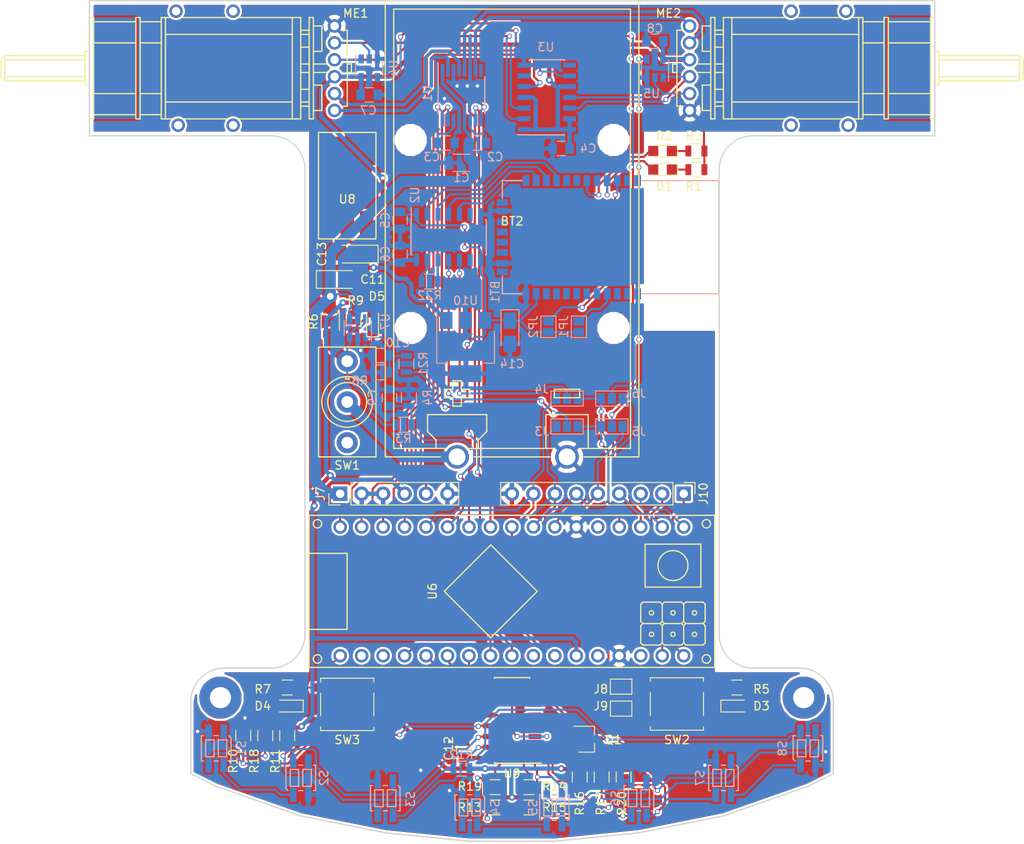
<source format=kicad_pcb>
(kicad_pcb (version 4) (host pcbnew 4.0.6-e0-6349~53~ubuntu14.04.1)
  (title_block (title "Linesnifferbot the line following robot - PCB") (date 2017-03-26) (rev 0.9) (company "Nitromethane (https://github.com/nitrosgit/linesnifferbot)"))
  (layers (0 F.Cu signal) (31 B.Cu signal) (34 B.Paste user) (35 F.Paste user) (36 B.SilkS user) (37 F.SilkS user) (38 B.Mask user) (39 F.Mask user) (44 Edge.Cuts user))
  (net 0 "")
  (net 1 GND)
  (net 2 "Net-(BT1-Pad2)")
  (net 3 "Net-(BT1-Pad3)")
  (net 4 "Net-(BT1-Pad4)")
  (net 5 "Net-(BT1-Pad5)")
  (net 6 "Net-(BT1-Pad6)")
  (net 7 "Net-(BT1-Pad7)")
  (net 8 "Net-(BT1-Pad8)")
  (net 9 "Net-(BT1-Pad9)")
  (net 10 "Net-(BT1-Pad10)")
  (net 11 +3V3)
  (net 12 "Net-(BT1-Pad13)")
  (net 13 "Net-(BT1-Pad14)")
  (net 14 "Net-(BT1-Pad15)")
  (net 15 "Net-(BT1-Pad16)")
  (net 16 "Net-(BT1-Pad17)")
  (net 17 "Net-(BT1-Pad18)")
  (net 18 "Net-(BT1-Pad19)")
  (net 19 "Net-(BT1-Pad20)")
  (net 20 "Net-(BT1-Pad21)")
  (net 21 "Net-(BT1-Pad22)")
  (net 22 "Net-(BT1-Pad23)")
  (net 23 "Net-(BT1-Pad24)")
  (net 24 "Net-(BT1-Pad35)")
  (net 25 "Net-(BT1-Pad34)")
  (net 26 "Net-(BT1-Pad33)")
  (net 27 "Net-(BT1-Pad32)")
  (net 28 "Net-(BT1-Pad31)")
  (net 29 "Net-(BT1-Pad30)")
  (net 30 "Net-(BT2-Pad1)")
  (net 31 +9V)
  (net 32 "Net-(C2-Pad1)")
  (net 33 "Net-(C3-Pad2)")
  (net 34 +5V)
  (net 35 "Net-(C9-Pad1)")
  (net 36 "Net-(C10-Pad1)")
  (net 37 "Net-(D1-Pad1)")
  (net 38 "Net-(D2-Pad1)")
  (net 39 "Net-(D3-Pad2)")
  (net 40 "Net-(D4-Pad2)")
  (net 41 "Net-(D5-Pad2)")
  (net 42 I2C_SCL)
  (net 43 I2C_SDA)
  (net 44 "IO7(INT)")
  (net 45 "Net-(J3-Pad2)")
  (net 46 "Net-(J3-Pad3)")
  (net 47 IO8/A8)
  (net 48 "Net-(J4-Pad2)")
  (net 49 "Net-(J4-Pad3)")
  (net 50 "Net-(J5-Pad2)")
  (net 51 "Net-(J6-Pad2)")
  (net 52 "Net-(J8-Pad2)")
  (net 53 "Net-(J9-Pad2)")
  (net 54 SPI_CLK)
  (net 55 SPI_MISO)
  (net 56 SPI_MOSI)
  (net 57 SPI_SS)
  (net 58 "Net-(ME1-Pad1)")
  (net 59 "Net-(ME1-Pad2)")
  (net 60 "Net-(ME1-Pad4)")
  (net 61 "Net-(ME1-Pad5)")
  (net 62 "Net-(ME2-Pad1)")
  (net 63 "Net-(ME2-Pad2)")
  (net 64 "Net-(ME2-Pad4)")
  (net 65 "Net-(ME2-Pad5)")
  (net 66 "Net-(Q1-Pad1)")
  (net 67 +BATT)
  (net 68 "Net-(R7-Pad2)")
  (net 69 "Net-(R10-Pad2)")
  (net 70 "Net-(R11-Pad2)")
  (net 71 "Net-(R12-Pad2)")
  (net 72 "Net-(R13-Pad2)")
  (net 73 "Net-(R14-Pad2)")
  (net 74 "Net-(R15-Pad2)")
  (net 75 "Net-(R16-Pad2)")
  (net 76 "Net-(R17-Pad2)")
  (net 77 "Net-(R18-Pad2)")
  (net 78 "Net-(R19-Pad2)")
  (net 79 "Net-(R20-Pad2)")
  (net 80 "Net-(R21-Pad2)")
  (net 81 "Net-(R22-Pad1)")
  (net 82 "Net-(R22-Pad2)")
  (net 83 "Net-(S1-Pad2)")
  (net 84 "Net-(S2-Pad2)")
  (net 85 "Net-(S4-Pad2)")
  (net 86 "Net-(S5-Pad2)")
  (net 87 "Net-(S7-Pad2)")
  (net 88 "Net-(SW1-Pad1)")
  (net 89 "Net-(U1-Pad8)")
  (net 90 "Net-(U1-Pad9)")
  (net 91 "Net-(U1-Pad10)")
  (net 92 "Net-(U1-Pad15)")
  (net 93 "Net-(U1-Pad16)")
  (net 94 "Net-(U2-Pad6)")
  (net 95 "Net-(U2-Pad9)")
  (net 96 "Net-(U3-Pad5)")
  (net 97 "Net-(U3-Pad6)")
  (net 98 "Net-(U3-Pad8)")
  (net 99 "Net-(U3-Pad9)")
  (net 100 "Net-(U6-Pad5)")
  (net 101 "Net-(U6-Pad19)")
  (net 102 "Net-(U6-Pad20)")
  (net 103 "Net-(U6-Pad21)")
  (net 104 "Net-(U6-Pad22)")
  (net 105 "Net-(U6-Pad23)")
  (net 106 "Net-(U6-Pad24)")
  (net 107 "Net-(U6-Pad27)")
  (net 108 "Net-(U6-Pad28)")
  (net 109 "Net-(U6-Pad30)")
  (net 110 "Net-(U6-Pad32)")
  (net 111 "Net-(Q1-Pad3)")
  (module Footprints:PololuMotoEncoder (layer F.Cu) (at 143 68 180)
    (fp_text reference ME2 (at 14.5 6.5 180) (layer F.SilkS))
    (fp_text value PololuMotoEncoder)
    (pad "" thru_hole circle (at 0 -6.75 180) (size 1.6 1.6) (drill 1) (layers *.Cu *.Mask))
    (pad "" thru_hole circle (at 0 6.75 180) (size 1.6 1.6) (drill 1) (layers *.Cu *.Mask))
    (pad 1 thru_hole circle (at 12 5 180) (size 1.6 1.6) (drill 1) (layers *.Cu *.Mask) (net 62 "Net-(ME2-Pad1)"))
    (pad 2 thru_hole circle (at 12 3 180) (size 1.6 1.6) (drill 1) (layers *.Cu *.Mask) (net 63 "Net-(ME2-Pad2)"))
    (pad 3 thru_hole circle (at 12 1 180) (size 1.6 1.6) (drill 1) (layers *.Cu *.Mask) (net 34 +5V))
    (pad 4 thru_hole circle (at 12 -1 180) (size 1.6 1.6) (drill 1) (layers *.Cu *.Mask) (net 64 "Net-(ME2-Pad4)"))
    (pad 5 thru_hole circle (at 12 -3 180) (size 1.6 1.6) (drill 1) (layers *.Cu *.Mask) (net 65 "Net-(ME2-Pad5)"))
    (pad 6 thru_hole circle (at 12 -5 180) (size 1.6 1.6) (drill 1) (layers *.Cu *.Mask) (net 1 GND))
    (pad "" thru_hole circle (at -6.75 -6.75 180) (size 1.6 1.6) (drill 1) (layers *.Cu *.Mask))
    (pad "" thru_hole circle (at -6.5 6.75 180) (size 1.6 1.6) (drill 1) (layers *.Cu *.Mask))
    (pad "" smd rect (at -14 0 180) (size 5 12) (layers B.Cu B.Paste B.Mask))
  )
  (module PololuMotoEncoder (layer F.Cu) (at 77 68)
    (fp_text reference ME1 (at 14.5 -6.5) (layer F.SilkS))
    (fp_text value PololuMotoEncoder)
    (pad "" thru_hole circle (at 0 -6.75) (size 1.6 1.6) (drill 1) (layers *.Cu *.Mask))
    (pad "" thru_hole circle (at 0 6.75) (size 1.6 1.6) (drill 1) (layers *.Cu *.Mask))
    (pad 1 thru_hole circle (at 12 5) (size 1.6 1.6) (drill 1) (layers *.Cu *.Mask) (net 58 "Net-(ME1-Pad1)"))
    (pad 2 thru_hole circle (at 12 3) (size 1.6 1.6) (drill 1) (layers *.Cu *.Mask) (net 59 "Net-(ME1-Pad2)"))
    (pad 3 thru_hole circle (at 12 1) (size 1.6 1.6) (drill 1) (layers *.Cu *.Mask) (net 34 +5V))
    (pad 4 thru_hole circle (at 12 -1) (size 1.6 1.6) (drill 1) (layers *.Cu *.Mask) (net 60 "Net-(ME1-Pad4)"))
    (pad 5 thru_hole circle (at 12 -3) (size 1.6 1.6) (drill 1) (layers *.Cu *.Mask) (net 61 "Net-(ME1-Pad5)"))
    (pad 6 thru_hole circle (at 12 -5) (size 1.6 1.6) (drill 1) (layers *.Cu *.Mask) (net 1 GND))
    (pad "" thru_hole circle (at -6.75 -6.75) (size 1.6 1.6) (drill 1) (layers *.Cu *.Mask))
    (pad "" thru_hole circle (at -6.5 6.75) (size 1.6 1.6) (drill 1) (layers *.Cu *.Mask))
    (pad "" smd rect (at -14 0) (size 5 12) (layers B.Cu B.Paste B.Mask))
  )
  (module Footprints:QRE1113GR (layer B.Cu) (at 145 148.5 90)
    (fp_text reference S8 (at 0 -3 90) (layer B.SilkS) (effects (justify mirror)))
    (fp_text value QRE1113)
    (pad 1 smd rect (at -2 -0.9 90) (size 1.66 0.79) (layers B.Cu B.Paste B.Mask) (net 87 "Net-(S7-Pad2)"))
    (pad 2 smd rect (at 2 -0.9 90) (size 1.66 0.79) (layers B.Cu B.Paste B.Mask) (net 111 "Net-(Q1-Pad3)"))
    (pad 3 smd rect (at 2 0.9 90) (size 1.66 0.79) (layers B.Cu B.Paste B.Mask) (net 76 "Net-(R17-Pad2)"))
    (pad 4 smd rect (at -2 0.9 90) (size 1.66 0.79) (layers B.Cu B.Paste B.Mask) (net 1 GND))
  )
  (module Footprints:PP3Battery (layer F.Cu) (at 110 87 180)
    (fp_text reference BT2 (at 0 0.9 180) (layer F.SilkS))
    (fp_text value Battery)
    (pad 1 thru_hole circle (at 6.5 -27 180) (size 2.8 2.8) (drill 2) (layers *.Cu *.Mask) (net 30 "Net-(BT2-Pad1)"))
    (pad 2 thru_hole circle (at -6.5 -27 180) (size 2.8 2.8) (drill 2) (layers *.Cu *.Mask) (net 1 GND))
    (pad "" np_thru_hole circle (at -12 -11.75 180) (size 3.3 3.3) (drill 3.3) (layers *.Cu *.Mask))
    (pad "" np_thru_hole circle (at 12 -11.75 180) (size 3.3 3.3) (drill 3.3) (layers *.Cu *.Mask))
    (pad "" np_thru_hole circle (at -12 10.5 180) (size 3.3 3.3) (drill 3.3) (layers *.Cu *.Mask))
    (pad "" np_thru_hole circle (at 12 10.5 180) (size 3.3 3.3) (drill 3.3) (layers *.Cu *.Mask))
  )
  (module Footprints:RN-42 (layer B.Cu) (at 118.25 88 90)
    (fp_text reference BT1 (at -6.5 -10.25 90) (layer B.SilkS) (effects (justify mirror)))
    (fp_text value RN42)
    (pad 1 smd rect (at -6.7 6.6 90) (size 1.3 0.8) (layers B.Cu B.Paste B.Mask) (net 1 GND))
    (pad 2 smd rect (at -6.7 5.4 90) (size 1.3 0.8) (layers B.Cu B.Paste B.Mask) (net 2 "Net-(BT1-Pad2)"))
    (pad 3 smd rect (at -6.7 4.2 90) (size 1.3 0.8) (layers B.Cu B.Paste B.Mask) (net 3 "Net-(BT1-Pad3)"))
    (pad 4 smd rect (at -6.7 3 90) (size 1.3 0.8) (layers B.Cu B.Paste B.Mask) (net 4 "Net-(BT1-Pad4)"))
    (pad 5 smd rect (at -6.7 1.8 90) (size 1.3 0.8) (layers B.Cu B.Paste B.Mask) (net 5 "Net-(BT1-Pad5)"))
    (pad 6 smd rect (at -6.7 0.6 90) (size 1.3 0.8) (layers B.Cu B.Paste B.Mask) (net 6 "Net-(BT1-Pad6)"))
    (pad 7 smd rect (at -6.7 -0.6 90) (size 1.3 0.8) (layers B.Cu B.Paste B.Mask) (net 7 "Net-(BT1-Pad7)"))
    (pad 8 smd rect (at -6.7 -1.8 90) (size 1.3 0.8) (layers B.Cu B.Paste B.Mask) (net 8 "Net-(BT1-Pad8)"))
    (pad 9 smd rect (at -6.7 -3 90) (size 1.3 0.8) (layers B.Cu B.Paste B.Mask) (net 9 "Net-(BT1-Pad9)"))
    (pad 10 smd rect (at -6.7 -4.2 90) (size 1.3 0.8) (layers B.Cu B.Paste B.Mask) (net 10 "Net-(BT1-Pad10)"))
    (pad 11 smd rect (at -6.7 -5.4 90) (size 1.3 0.8) (layers B.Cu B.Paste B.Mask) (net 11 +3V3))
    (pad 12 smd rect (at -6.7 -6.6 90) (size 1.3 0.8) (layers B.Cu B.Paste B.Mask) (net 1 GND))
    (pad 13 smd rect (at 6.7 -6.6 90) (size 1.3 0.8) (layers B.Cu B.Paste B.Mask) (net 12 "Net-(BT1-Pad13)"))
    (pad 14 smd rect (at 6.7 -5.4 90) (size 1.3 0.8) (layers B.Cu B.Paste B.Mask) (net 13 "Net-(BT1-Pad14)"))
    (pad 15 smd rect (at 6.7 -4.2 90) (size 1.3 0.8) (layers B.Cu B.Paste B.Mask) (net 14 "Net-(BT1-Pad15)"))
    (pad 16 smd rect (at 6.7 -3 90) (size 1.3 0.8) (layers B.Cu B.Paste B.Mask) (net 15 "Net-(BT1-Pad16)"))
    (pad 17 smd rect (at 6.7 -1.8 90) (size 1.3 0.8) (layers B.Cu B.Paste B.Mask) (net 16 "Net-(BT1-Pad17)"))
    (pad 18 smd rect (at 6.7 -0.6 90) (size 1.3 0.8) (layers B.Cu B.Paste B.Mask) (net 17 "Net-(BT1-Pad18)"))
    (pad 19 smd rect (at 6.7 0.6 90) (size 1.3 0.8) (layers B.Cu B.Paste B.Mask) (net 18 "Net-(BT1-Pad19)"))
    (pad 20 smd rect (at 6.7 1.8 90) (size 1.3 0.8) (layers B.Cu B.Paste B.Mask) (net 19 "Net-(BT1-Pad20)"))
    (pad 21 smd rect (at 6.7 3 90) (size 1.3 0.8) (layers B.Cu B.Paste B.Mask) (net 20 "Net-(BT1-Pad21)"))
    (pad 22 smd rect (at 6.7 4.2 90) (size 1.3 0.8) (layers B.Cu B.Paste B.Mask) (net 21 "Net-(BT1-Pad22)"))
    (pad 23 smd rect (at 6.7 5.4 90) (size 1.3 0.8) (layers B.Cu B.Paste B.Mask) (net 22 "Net-(BT1-Pad23)"))
    (pad 24 smd rect (at 6.7 6.6 90) (size 1.3 0.8) (layers B.Cu B.Paste B.Mask) (net 23 "Net-(BT1-Pad24)"))
    (pad 35 smd rect (at -4.1 -9.4 90) (size 0.8 1.3) (layers B.Cu B.Paste B.Mask) (net 24 "Net-(BT1-Pad35)"))
    (pad 29 smd rect (at -3.1 -9.4 90) (size 0.8 1.3) (layers B.Cu B.Paste B.Mask) (net 1 GND))
    (pad 34 smd rect (at -1.8 -9.4 90) (size 0.8 1.3) (layers B.Cu B.Paste B.Mask) (net 25 "Net-(BT1-Pad34)"))
    (pad 33 smd rect (at -0.6 -9.4 90) (size 0.8 1.3) (layers B.Cu B.Paste B.Mask) (net 26 "Net-(BT1-Pad33)"))
    (pad 32 smd rect (at 0.6 -9.4 90) (size 0.8 1.3) (layers B.Cu B.Paste B.Mask) (net 27 "Net-(BT1-Pad32)"))
    (pad 31 smd rect (at 1.8 -9.4 90) (size 0.8 1.3) (layers B.Cu B.Paste B.Mask) (net 28 "Net-(BT1-Pad31)"))
    (pad 28 smd rect (at 3.1 -9.4 90) (size 0.8 1.3) (layers B.Cu B.Paste B.Mask) (net 1 GND))
    (pad 30 smd rect (at 4.1 -9.4 90) (size 0.8 1.3) (layers B.Cu B.Paste B.Mask) (net 29 "Net-(BT1-Pad30)"))
  )
  (module Capacitors_SMD:C_1206 (layer B.Cu) (at 104 79.2)
    (fp_text reference C1 (at 0 1.75) (layer B.SilkS) (effects (justify mirror)))
    (fp_text value 10uF)
    (pad 1 smd rect (at -1.5 0) (size 1 1.6) (layers B.Cu B.Paste B.Mask) (net 1 GND))
    (pad 2 smd rect (at 1.5 0) (size 1 1.6) (layers B.Cu B.Paste B.Mask) (net 31 +9V))
  )
  (module Capacitors_SMD:C_0805 (layer B.Cu) (at 105.9 76.85 180)
    (fp_text reference C2 (at -2.1 -1.65 180) (layer B.SilkS) (effects (justify mirror)))
    (fp_text value 10nF)
    (pad 1 smd rect (at -1 0 180) (size 1 1.25) (layers B.Cu B.Paste B.Mask) (net 32 "Net-(C2-Pad1)"))
    (pad 2 smd rect (at 1 0 180) (size 1 1.25) (layers B.Cu B.Paste B.Mask) (net 31 +9V))
  )
  (module Capacitors_SMD:C_0805 (layer B.Cu) (at 102.2 76.85 180)
    (fp_text reference C3 (at 1.7 -1.65 180) (layer B.SilkS) (effects (justify mirror)))
    (fp_text value 2.2uF)
    (pad 1 smd rect (at -1 0 180) (size 1 1.25) (layers B.Cu B.Paste B.Mask) (net 1 GND))
    (pad 2 smd rect (at 1 0 180) (size 1 1.25) (layers B.Cu B.Paste B.Mask) (net 33 "Net-(C3-Pad2)"))
  )
  (module Capacitors_SMD:C_0805 (layer B.Cu) (at 115.8 77.5 180)
    (fp_text reference C4 (at -3.2 0 180) (layer B.SilkS) (effects (justify mirror)))
    (fp_text value 100nF)
    (pad 1 smd rect (at -1 0 180) (size 1 1.25) (layers B.Cu B.Paste B.Mask) (net 34 +5V))
    (pad 2 smd rect (at 1 0 180) (size 1 1.25) (layers B.Cu B.Paste B.Mask) (net 1 GND))
  )
  (module Capacitors_SMD:C_0805 (layer B.Cu) (at 96.75 86 270)
    (fp_text reference C5 (at 0 1.75 270) (layer B.SilkS) (effects (justify mirror)))
    (fp_text value 100nF)
    (pad 1 smd rect (at -1 0 270) (size 1 1.25) (layers B.Cu B.Paste B.Mask) (net 11 +3V3))
    (pad 2 smd rect (at 1 0 270) (size 1 1.25) (layers B.Cu B.Paste B.Mask) (net 1 GND))
  )
  (module Capacitors_SMD:C_0805 (layer B.Cu) (at 96.75 90 270)
    (fp_text reference C6 (at 0 1.75 270) (layer B.SilkS) (effects (justify mirror)))
    (fp_text value 100nF)
    (pad 1 smd rect (at -1 0 270) (size 1 1.25) (layers B.Cu B.Paste B.Mask) (net 1 GND))
    (pad 2 smd rect (at 1 0 270) (size 1 1.25) (layers B.Cu B.Paste B.Mask) (net 34 +5V))
  )
  (module Capacitors_SMD:C_0805 (layer B.Cu) (at 93.1 71.15)
    (fp_text reference C7 (at -0.1 1.85) (layer B.SilkS) (effects (justify mirror)))
    (fp_text value 100nF)
    (pad 1 smd rect (at -1 0) (size 1 1.25) (layers B.Cu B.Paste B.Mask) (net 34 +5V))
    (pad 2 smd rect (at 1 0) (size 1 1.25) (layers B.Cu B.Paste B.Mask) (net 1 GND))
  )
  (module Capacitors_SMD:C_0805 (layer B.Cu) (at 126.9 64.8 180)
    (fp_text reference C8 (at 0 1.5 180) (layer B.SilkS) (effects (justify mirror)))
    (fp_text value 100nF)
    (pad 1 smd rect (at -1 0 180) (size 1 1.25) (layers B.Cu B.Paste B.Mask) (net 34 +5V))
    (pad 2 smd rect (at 1 0 180) (size 1 1.25) (layers B.Cu B.Paste B.Mask) (net 1 GND))
  )
  (module Capacitors_SMD:C_0805 (layer B.Cu) (at 95.5 107 90)
    (fp_text reference C9 (at 0 -2 90) (layer B.SilkS) (effects (justify mirror)))
    (fp_text value 100nF)
    (pad 1 smd rect (at -1 0 90) (size 1 1.25) (layers B.Cu B.Paste B.Mask) (net 35 "Net-(C9-Pad1)"))
    (pad 2 smd rect (at 1 0 90) (size 1 1.25) (layers B.Cu B.Paste B.Mask) (net 1 GND))
  )
  (module Capacitors_SMD:C_0805 (layer B.Cu) (at 94.5 102 180)
    (fp_text reference C10 (at -2 1.5 180) (layer B.SilkS) (effects (justify mirror)))
    (fp_text value 100nF)
    (pad 1 smd rect (at -1 0 180) (size 1 1.25) (layers B.Cu B.Paste B.Mask) (net 36 "Net-(C10-Pad1)"))
    (pad 2 smd rect (at 1 0 180) (size 1 1.25) (layers B.Cu B.Paste B.Mask) (net 1 GND))
  )
  (module Capacitors_Tantalum_SMD:CP_Tantalum_Case-A_EIA-3216-18_Reflow (layer F.Cu) (at 89.5 93)
    (fp_text reference C11 (at 4 0 180) (layer F.SilkS))
    (fp_text value 10uF)
    (pad 1 smd rect (at -1.375 0) (size 1.95 1.5) (layers F.Cu F.Paste F.Mask) (net 31 +9V))
    (pad 2 smd rect (at 1.375 0) (size 1.95 1.5) (layers F.Cu F.Paste F.Mask) (net 1 GND))
  )
  (module Capacitors_SMD:C_0805 (layer F.Cu) (at 104.3 148.7 270)
    (fp_text reference C12 (at -0.2 1.8 270) (layer F.SilkS))
    (fp_text value 100nF)
    (pad 1 smd rect (at -1 0 270) (size 1 1.25) (layers F.Cu F.Paste F.Mask) (net 1 GND))
    (pad 2 smd rect (at 1 0 270) (size 1 1.25) (layers F.Cu F.Paste F.Mask) (net 34 +5V))
  )
  (module Capacitors_Tantalum_SMD:CP_Tantalum_Case-A_EIA-3216-18_Reflow (layer F.Cu) (at 91.5 90 180)
    (fp_text reference C13 (at 4 0 270) (layer F.SilkS))
    (fp_text value 4.7uF)
    (pad 1 smd rect (at -1.375 0 180) (size 1.95 1.5) (layers F.Cu F.Paste F.Mask) (net 34 +5V))
    (pad 2 smd rect (at 1.375 0 180) (size 1.95 1.5) (layers F.Cu F.Paste F.Mask) (net 1 GND))
  )
  (module Capacitors_Tantalum_SMD:CP_Tantalum_Case-A_EIA-3216-18_Reflow (layer B.Cu) (at 109.75 99.25 270)
    (fp_text reference C14 (at 3.75 -0.25 360) (layer B.SilkS) (effects (justify mirror)))
    (fp_text value 1uF)
    (pad 1 smd rect (at -1.375 0 270) (size 1.95 1.5) (layers B.Cu B.Paste B.Mask) (net 11 +3V3))
    (pad 2 smd rect (at 1.375 0 270) (size 1.95 1.5) (layers B.Cu B.Paste B.Mask) (net 1 GND))
  )
  (module LEDs:LED_0805 (layer F.Cu) (at 127.8 80 180)
    (fp_text reference D1 (at -0.2 -2 180) (layer F.SilkS))
    (fp_text value BT_STAT)
    (pad 2 smd rect (at 1.1 0) (size 1.2 1.2) (layers F.Cu F.Paste F.Mask) (net 20 "Net-(BT1-Pad21)"))
    (pad 1 smd rect (at -1.1 0) (size 1.2 1.2) (layers F.Cu F.Paste F.Mask) (net 37 "Net-(D1-Pad1)"))
  )
  (module LEDs:LED_0805 (layer F.Cu) (at 127.8 77.8 180)
    (fp_text reference D2 (at -0.2 1.8 180) (layer F.SilkS))
    (fp_text value BT_CON)
    (pad 2 smd rect (at 1.1 0) (size 1.2 1.2) (layers F.Cu F.Paste F.Mask) (net 18 "Net-(BT1-Pad19)"))
    (pad 1 smd rect (at -1.1 0) (size 1.2 1.2) (layers F.Cu F.Paste F.Mask) (net 38 "Net-(D2-Pad1)"))
  )
  (module LEDs:LED_0805 (layer F.Cu) (at 136.5 143.5)
    (fp_text reference D3 (at 3 0) (layer F.SilkS))
    (fp_text value ST2)
    (pad 2 smd rect (at 1.1 0 180) (size 1.2 1.2) (layers F.Cu F.Paste F.Mask) (net 39 "Net-(D3-Pad2)"))
    (pad 1 smd rect (at -1.1 0 180) (size 1.2 1.2) (layers F.Cu F.Paste F.Mask) (net 1 GND))
  )
  (module LEDs:LED_0805 (layer F.Cu) (at 83.5 143.5 180)
    (fp_text reference D4 (at 3 0 180) (layer F.SilkS))
    (fp_text value ST1)
    (pad 2 smd rect (at 1.1 0) (size 1.2 1.2) (layers F.Cu F.Paste F.Mask) (net 40 "Net-(D4-Pad2)"))
    (pad 1 smd rect (at -1.1 0) (size 1.2 1.2) (layers F.Cu F.Paste F.Mask) (net 1 GND))
  )
  (module LEDs:LED_0805 (layer F.Cu) (at 93.5 98 90)
    (fp_text reference D5 (at 3 0.5 180) (layer F.SilkS))
    (fp_text value POWER)
    (pad 2 smd rect (at 1.1 0 270) (size 1.2 1.2) (layers F.Cu F.Paste F.Mask) (net 41 "Net-(D5-Pad2)"))
    (pad 1 smd rect (at -1.1 0 270) (size 1.2 1.2) (layers F.Cu F.Paste F.Mask) (net 1 GND))
  )
  (module Connect:GS3 (layer B.Cu) (at 116.5 110.4 270)
    (fp_text reference J3 (at 0.6 3 540) (layer B.SilkS) (effects (justify mirror)))
    (fp_text value RxSel)
    (pad 1 smd rect (at 0 1.27 270) (size 1.27 0.97) (layers B.Cu B.Paste B.Mask) (net 44 "IO7(INT)"))
    (pad 2 smd rect (at 0 0 270) (size 1.27 0.97) (layers B.Cu B.Paste B.Mask) (net 45 "Net-(J3-Pad2)"))
    (pad 3 smd rect (at 0 -1.27 270) (size 1.27 0.97) (layers B.Cu B.Paste B.Mask) (net 46 "Net-(J3-Pad3)"))
  )
  (module Connect:GS3 (layer B.Cu) (at 116.5 107.1 270)
    (fp_text reference J4 (at -1.1 3 540) (layer B.SilkS) (effects (justify mirror)))
    (fp_text value TxSel)
    (pad 1 smd rect (at 0 1.27 270) (size 1.27 0.97) (layers B.Cu B.Paste B.Mask) (net 47 IO8/A8))
    (pad 2 smd rect (at 0 0 270) (size 1.27 0.97) (layers B.Cu B.Paste B.Mask) (net 48 "Net-(J4-Pad2)"))
    (pad 3 smd rect (at 0 -1.27 270) (size 1.27 0.97) (layers B.Cu B.Paste B.Mask) (net 49 "Net-(J4-Pad3)"))
  )
  (module Connect:GS3 (layer B.Cu) (at 121.8 110.4 90)
    (fp_text reference J5 (at -0.6 3.2 360) (layer B.SilkS) (effects (justify mirror)))
    (fp_text value IntSelA)
    (pad 1 smd rect (at 0 1.27 90) (size 1.27 0.97) (layers B.Cu B.Paste B.Mask) (net 43 I2C_SDA))
    (pad 2 smd rect (at 0 0 90) (size 1.27 0.97) (layers B.Cu B.Paste B.Mask) (net 50 "Net-(J5-Pad2)"))
    (pad 3 smd rect (at 0 -1.27 90) (size 1.27 0.97) (layers B.Cu B.Paste B.Mask) (net 46 "Net-(J3-Pad3)"))
  )
  (module Connect:GS3 (layer B.Cu) (at 121.8 107.1 90)
    (fp_text reference J6 (at 0.6 3.2 360) (layer B.SilkS) (effects (justify mirror)))
    (fp_text value IntSelB)
    (pad 1 smd rect (at 0 1.27 90) (size 1.27 0.97) (layers B.Cu B.Paste B.Mask) (net 42 I2C_SCL))
    (pad 2 smd rect (at 0 0 90) (size 1.27 0.97) (layers B.Cu B.Paste B.Mask) (net 51 "Net-(J6-Pad2)"))
    (pad 3 smd rect (at 0 -1.27 90) (size 1.27 0.97) (layers B.Cu B.Paste B.Mask) (net 49 "Net-(J4-Pad3)"))
  )
  (module Socket_Strips:Socket_Strip_Straight_1x06_Pitch2.54mm (layer F.Cu) (at 89.662 118.364 90)
    (fp_text reference J7 (at 0 -2.33 90) (layer F.SilkS))
    (fp_text value CONN_01X06)
    (pad 1 thru_hole rect (at 0 0 90) (size 1.7 1.7) (drill 1) (layers *.Cu *.Mask) (net 31 +9V))
    (pad 2 thru_hole oval (at 0 2.54 90) (size 1.7 1.7) (drill 1) (layers *.Cu *.Mask) (net 1 GND))
    (pad 3 thru_hole oval (at 0 5.08 90) (size 1.7 1.7) (drill 1) (layers *.Cu *.Mask) (net 1 GND))
    (pad 4 thru_hole oval (at 0 7.62 90) (size 1.7 1.7) (drill 1) (layers *.Cu *.Mask) (net 34 +5V))
    (pad 5 thru_hole oval (at 0 10.16 90) (size 1.7 1.7) (drill 1) (layers *.Cu *.Mask) (net 11 +3V3))
    (pad 6 thru_hole oval (at 0 12.7 90) (size 1.7 1.7) (drill 1) (layers *.Cu *.Mask) (net 1 GND))
  )
  (module Connect:GS2 (layer F.Cu) (at 122.9 141.2 90)
    (fp_text reference J8 (at -0.3 -2.4 180) (layer F.SilkS))
    (fp_text value Btn2EN)
    (pad 1 smd rect (at 0 -0.64 90) (size 1.27 0.97) (layers F.Cu F.Paste F.Mask) (net 44 "IO7(INT)"))
    (pad 2 smd rect (at 0 0.64 90) (size 1.27 0.97) (layers F.Cu F.Paste F.Mask) (net 52 "Net-(J8-Pad2)"))
  )
  (module Connect:GS2 (layer F.Cu) (at 122.9 143.8 90)
    (fp_text reference J9 (at 0.3 -2.4 180) (layer F.SilkS))
    (fp_text value LED2EN)
    (pad 1 smd rect (at 0 -0.64 90) (size 1.27 0.97) (layers F.Cu F.Paste F.Mask) (net 47 IO8/A8))
    (pad 2 smd rect (at 0 0.64 90) (size 1.27 0.97) (layers F.Cu F.Paste F.Mask) (net 53 "Net-(J9-Pad2)"))
  )
  (module Socket_Strips:Socket_Strip_Straight_1x09_Pitch2.54mm (layer F.Cu) (at 130.302 118.364 270)
    (fp_text reference J10 (at 0 -2.33 270) (layer F.SilkS))
    (fp_text value CONN_01X09)
    (pad 1 thru_hole rect (at 0 0 270) (size 1.7 1.7) (drill 1) (layers *.Cu *.Mask) (net 54 SPI_CLK))
    (pad 2 thru_hole oval (at 0 2.54 270) (size 1.7 1.7) (drill 1) (layers *.Cu *.Mask) (net 55 SPI_MISO))
    (pad 3 thru_hole oval (at 0 5.08 270) (size 1.7 1.7) (drill 1) (layers *.Cu *.Mask) (net 56 SPI_MOSI))
    (pad 4 thru_hole oval (at 0 7.62 270) (size 1.7 1.7) (drill 1) (layers *.Cu *.Mask) (net 57 SPI_SS))
    (pad 5 thru_hole oval (at 0 10.16 270) (size 1.7 1.7) (drill 1) (layers *.Cu *.Mask) (net 43 I2C_SDA))
    (pad 6 thru_hole oval (at 0 12.7 270) (size 1.7 1.7) (drill 1) (layers *.Cu *.Mask) (net 42 I2C_SCL))
    (pad 7 thru_hole oval (at 0 15.24 270) (size 1.7 1.7) (drill 1) (layers *.Cu *.Mask) (net 44 "IO7(INT)"))
    (pad 8 thru_hole oval (at 0 17.78 270) (size 1.7 1.7) (drill 1) (layers *.Cu *.Mask) (net 47 IO8/A8))
    (pad 9 thru_hole oval (at 0 20.32 270) (size 1.7 1.7) (drill 1) (layers *.Cu *.Mask) (net 1 GND))
  )
  (module Connect:GS2 (layer B.Cu) (at 117.9 98.6 180)
    (fp_text reference JP1 (at 1.78 0 450) (layer B.SilkS) (effects (justify mirror)))
    (fp_text value F_BAUD)
    (pad 1 smd rect (at 0 0.64 180) (size 1.27 0.97) (layers B.Cu B.Paste B.Mask) (net 4 "Net-(BT1-Pad4)"))
    (pad 2 smd rect (at 0 -0.64 180) (size 1.27 0.97) (layers B.Cu B.Paste B.Mask) (net 11 +3V3))
  )
  (module Connect:GS2 (layer B.Cu) (at 114.3 98.6 180)
    (fp_text reference JP2 (at 1.78 0 450) (layer B.SilkS) (effects (justify mirror)))
    (fp_text value F_RST)
    (pad 1 smd rect (at 0 0.64 180) (size 1.27 0.97) (layers B.Cu B.Paste B.Mask) (net 21 "Net-(BT1-Pad22)"))
    (pad 2 smd rect (at 0 -0.64 180) (size 1.27 0.97) (layers B.Cu B.Paste B.Mask) (net 11 +3V3))
  )
  (module TO_SOT_Packages_SMD:TSOT-23 (layer F.Cu) (at 118.8 147.4)
    (fp_text reference Q1 (at 3.2 0.1) (layer F.SilkS))
    (fp_text value Q_NMOS_GSD)
    (pad 1 smd rect (at -1.31 -0.95) (size 1.22 0.65) (layers F.Cu F.Paste F.Mask) (net 66 "Net-(Q1-Pad1)"))
    (pad 2 smd rect (at -1.31 0.95) (size 1.22 0.65) (layers F.Cu F.Paste F.Mask) (net 1 GND))
    (pad 3 smd rect (at 1.31 0) (size 1.22 0.65) (layers F.Cu F.Paste F.Mask) (net 111 "Net-(Q1-Pad3)"))
  )
  (module Resistors_SMD:R_0805 (layer F.Cu) (at 131.8 80 180)
    (fp_text reference R1 (at 0.3 -2 180) (layer F.SilkS))
    (fp_text value 330R)
    (pad 1 smd rect (at -0.95 0 180) (size 0.7 1.3) (layers F.Cu F.Paste F.Mask) (net 1 GND))
    (pad 2 smd rect (at 0.95 0 180) (size 0.7 1.3) (layers F.Cu F.Paste F.Mask) (net 37 "Net-(D1-Pad1)"))
  )
  (module Resistors_SMD:R_0805 (layer F.Cu) (at 131.8 77.8 180)
    (fp_text reference R2 (at 0.3 1.8 180) (layer F.SilkS))
    (fp_text value 330R)
    (pad 1 smd rect (at -0.95 0 180) (size 0.7 1.3) (layers F.Cu F.Paste F.Mask) (net 1 GND))
    (pad 2 smd rect (at 0.95 0 180) (size 0.7 1.3) (layers F.Cu F.Paste F.Mask) (net 38 "Net-(D2-Pad1)"))
  )
  (module Resistors_SMD:R_0805 (layer B.Cu) (at 97.15 110.2)
    (fp_text reference R3 (at 0 1.65) (layer B.SilkS) (effects (justify mirror)))
    (fp_text value 20k)
    (pad 1 smd rect (at -0.95 0) (size 0.7 1.3) (layers B.Cu B.Paste B.Mask) (net 67 +BATT))
    (pad 2 smd rect (at 0.95 0) (size 0.7 1.3) (layers B.Cu B.Paste B.Mask) (net 35 "Net-(C9-Pad1)"))
  )
  (module Resistors_SMD:R_0805 (layer B.Cu) (at 97.8 107 90)
    (fp_text reference R4 (at 0 2.2 90) (layer B.SilkS) (effects (justify mirror)))
    (fp_text value 10k)
    (pad 1 smd rect (at -0.95 0 90) (size 0.7 1.3) (layers B.Cu B.Paste B.Mask) (net 35 "Net-(C9-Pad1)"))
    (pad 2 smd rect (at 0.95 0 90) (size 0.7 1.3) (layers B.Cu B.Paste B.Mask) (net 1 GND))
  )
  (module Resistors_SMD:R_0805 (layer F.Cu) (at 136.6 141.3 180)
    (fp_text reference R5 (at -2.9 -0.2 180) (layer F.SilkS))
    (fp_text value 560R)
    (pad 1 smd rect (at -0.95 0 180) (size 0.7 1.3) (layers F.Cu F.Paste F.Mask) (net 39 "Net-(D3-Pad2)"))
    (pad 2 smd rect (at 0.95 0 180) (size 0.7 1.3) (layers F.Cu F.Paste F.Mask) (net 53 "Net-(J9-Pad2)"))
  )
  (module Resistors_SMD:R_1206 (layer F.Cu) (at 88.5 98 270)
    (fp_text reference R6 (at 0 2 270) (layer F.SilkS))
    (fp_text value 0R02)
    (pad 1 smd rect (at -1.45 0 270) (size 0.9 1.7) (layers F.Cu F.Paste F.Mask) (net 31 +9V))
    (pad 2 smd rect (at 1.45 0 270) (size 0.9 1.7) (layers F.Cu F.Paste F.Mask) (net 67 +BATT))
  )
  (module Resistors_SMD:R_0805 (layer F.Cu) (at 83.4 141.3)
    (fp_text reference R7 (at -2.9 0.2) (layer F.SilkS))
    (fp_text value 560R)
    (pad 1 smd rect (at -0.95 0) (size 0.7 1.3) (layers F.Cu F.Paste F.Mask) (net 40 "Net-(D4-Pad2)"))
    (pad 2 smd rect (at 0.95 0) (size 0.7 1.3) (layers F.Cu F.Paste F.Mask) (net 68 "Net-(R7-Pad2)"))
  )
  (module Resistors_SMD:R_0805 (layer B.Cu) (at 94.5 104 180)
    (fp_text reference R8 (at 2.5 -1 180) (layer B.SilkS) (effects (justify mirror)))
    (fp_text value 25k)
    (pad 1 smd rect (at -0.95 0 180) (size 0.7 1.3) (layers B.Cu B.Paste B.Mask) (net 36 "Net-(C10-Pad1)"))
    (pad 2 smd rect (at 0.95 0 180) (size 0.7 1.3) (layers B.Cu B.Paste B.Mask) (net 1 GND))
  )
  (module Resistors_SMD:R_0805 (layer F.Cu) (at 91.25 98 90)
    (fp_text reference R9 (at 2.5 0.25 180) (layer F.SilkS))
    (fp_text value 560R)
    (pad 1 smd rect (at -0.95 0 90) (size 0.7 1.3) (layers F.Cu F.Paste F.Mask) (net 41 "Net-(D5-Pad2)"))
    (pad 2 smd rect (at 0.95 0 90) (size 0.7 1.3) (layers F.Cu F.Paste F.Mask) (net 34 +5V))
  )
  (module Resistors_SMD:R_0805 (layer F.Cu) (at 78.2 147 270)
    (fp_text reference R10 (at 3 1.2 270) (layer F.SilkS))
    (fp_text value 10k)
    (pad 1 smd rect (at -0.95 0 270) (size 0.7 1.3) (layers F.Cu F.Paste F.Mask) (net 34 +5V))
    (pad 2 smd rect (at 0.95 0 270) (size 0.7 1.3) (layers F.Cu F.Paste F.Mask) (net 69 "Net-(R10-Pad2)"))
  )
  (module Resistors_SMD:R_0805 (layer F.Cu) (at 83.4 147 270)
    (fp_text reference R11 (at 3 1.4 270) (layer F.SilkS))
    (fp_text value 10k)
    (pad 1 smd rect (at -0.95 0 270) (size 0.7 1.3) (layers F.Cu F.Paste F.Mask) (net 34 +5V))
    (pad 2 smd rect (at 0.95 0 270) (size 0.7 1.3) (layers F.Cu F.Paste F.Mask) (net 70 "Net-(R11-Pad2)"))
  )
  (module Resistors_SMD:R_0805 (layer B.Cu) (at 104 150.9 180)
    (fp_text reference R12 (at 0 1.65 180) (layer B.SilkS) (effects (justify mirror)))
    (fp_text value 10k)
    (pad 1 smd rect (at -0.95 0 180) (size 0.7 1.3) (layers B.Cu B.Paste B.Mask) (net 34 +5V))
    (pad 2 smd rect (at 0.95 0 180) (size 0.7 1.3) (layers B.Cu B.Paste B.Mask) (net 71 "Net-(R12-Pad2)"))
  )
  (module Resistors_SMD:R_0805 (layer F.Cu) (at 108 155.5 180)
    (fp_text reference R13 (at 3 0 180) (layer F.SilkS))
    (fp_text value 10k)
    (pad 1 smd rect (at -0.95 0 180) (size 0.7 1.3) (layers F.Cu F.Paste F.Mask) (net 34 +5V))
    (pad 2 smd rect (at 0.95 0 180) (size 0.7 1.3) (layers F.Cu F.Paste F.Mask) (net 72 "Net-(R13-Pad2)"))
  )
  (module Resistors_SMD:R_0805 (layer F.Cu) (at 112 153.1)
    (fp_text reference R14 (at 3 -0.1) (layer F.SilkS))
    (fp_text value 10k)
    (pad 1 smd rect (at -0.95 0) (size 0.7 1.3) (layers F.Cu F.Paste F.Mask) (net 34 +5V))
    (pad 2 smd rect (at 0.95 0) (size 0.7 1.3) (layers F.Cu F.Paste F.Mask) (net 73 "Net-(R14-Pad2)"))
  )
  (module Resistors_SMD:R_0805 (layer F.Cu) (at 112 155.5)
    (fp_text reference R15 (at 3 0) (layer F.SilkS))
    (fp_text value 10k)
    (pad 1 smd rect (at -0.95 0) (size 0.7 1.3) (layers F.Cu F.Paste F.Mask) (net 34 +5V))
    (pad 2 smd rect (at 0.95 0) (size 0.7 1.3) (layers F.Cu F.Paste F.Mask) (net 74 "Net-(R15-Pad2)"))
  )
  (module Resistors_SMD:R_0805 (layer F.Cu) (at 118 151.9 270)
    (fp_text reference R16 (at 3.1 0 270) (layer F.SilkS))
    (fp_text value 10k)
    (pad 1 smd rect (at -0.95 0 270) (size 0.7 1.3) (layers F.Cu F.Paste F.Mask) (net 34 +5V))
    (pad 2 smd rect (at 0.95 0 270) (size 0.7 1.3) (layers F.Cu F.Paste F.Mask) (net 75 "Net-(R16-Pad2)"))
  )
  (module Resistors_SMD:R_0805 (layer F.Cu) (at 120.6 151.9 270)
    (fp_text reference R17 (at 3.1 0.1 270) (layer F.SilkS))
    (fp_text value 10k)
    (pad 1 smd rect (at -0.95 0 270) (size 0.7 1.3) (layers F.Cu F.Paste F.Mask) (net 34 +5V))
    (pad 2 smd rect (at 0.95 0 270) (size 0.7 1.3) (layers F.Cu F.Paste F.Mask) (net 76 "Net-(R17-Pad2)"))
  )
  (module Resistors_SMD:R_0805 (layer F.Cu) (at 80.8 147 270)
    (fp_text reference R18 (at 3 1.3 270) (layer F.SilkS))
    (fp_text value 70R)
    (pad 1 smd rect (at -0.95 0 270) (size 0.7 1.3) (layers F.Cu F.Paste F.Mask) (net 34 +5V))
    (pad 2 smd rect (at 0.95 0 270) (size 0.7 1.3) (layers F.Cu F.Paste F.Mask) (net 77 "Net-(R18-Pad2)"))
  )
  (module Resistors_SMD:R_0805 (layer F.Cu) (at 108 153.1 180)
    (fp_text reference R19 (at 3 0.1 180) (layer F.SilkS))
    (fp_text value 70R)
    (pad 1 smd rect (at -0.95 0 180) (size 0.7 1.3) (layers F.Cu F.Paste F.Mask) (net 34 +5V))
    (pad 2 smd rect (at 0.95 0 180) (size 0.7 1.3) (layers F.Cu F.Paste F.Mask) (net 78 "Net-(R19-Pad2)"))
  )
  (module Resistors_SMD:R_0805 (layer F.Cu) (at 123.2 151.9 270)
    (fp_text reference R20 (at 3.1 0.2 270) (layer F.SilkS))
    (fp_text value 130R)
    (pad 1 smd rect (at -0.95 0 270) (size 0.7 1.3) (layers F.Cu F.Paste F.Mask) (net 34 +5V))
    (pad 2 smd rect (at 0.95 0 270) (size 0.7 1.3) (layers F.Cu F.Paste F.Mask) (net 79 "Net-(R20-Pad2)"))
  )
  (module Resistors_SMD:R_0805 (layer B.Cu) (at 97.5 103 270)
    (fp_text reference R21 (at 0 -2 270) (layer B.SilkS) (effects (justify mirror)))
    (fp_text value 10k)
    (pad 1 smd rect (at -0.95 0 270) (size 0.7 1.3) (layers B.Cu B.Paste B.Mask) (net 36 "Net-(C10-Pad1)"))
    (pad 2 smd rect (at 0.95 0 270) (size 0.7 1.3) (layers B.Cu B.Paste B.Mask) (net 80 "Net-(R21-Pad2)"))
  )
  (module Resistors_SMD:R_0805 (layer B.Cu) (at 100.25 93.25)
    (fp_text reference R22 (at 0 1.65) (layer B.SilkS) (effects (justify mirror)))
    (fp_text value DNP)
    (pad 1 smd rect (at -0.95 0) (size 0.7 1.3) (layers B.Cu B.Paste B.Mask) (net 81 "Net-(R22-Pad1)"))
    (pad 2 smd rect (at 0.95 0) (size 0.7 1.3) (layers B.Cu B.Paste B.Mask) (net 82 "Net-(R22-Pad2)"))
  )
  (module Footprints:QRE1113GR (layer B.Cu) (at 75 148.5 270)
    (fp_text reference S1 (at 0 -3 270) (layer B.SilkS) (effects (justify mirror)))
    (fp_text value QRE1113)
    (pad 1 smd rect (at -2 -0.9 270) (size 1.66 0.79) (layers B.Cu B.Paste B.Mask) (net 77 "Net-(R18-Pad2)"))
    (pad 2 smd rect (at 2 -0.9 270) (size 1.66 0.79) (layers B.Cu B.Paste B.Mask) (net 83 "Net-(S1-Pad2)"))
    (pad 3 smd rect (at 2 0.9 270) (size 1.66 0.79) (layers B.Cu B.Paste B.Mask) (net 69 "Net-(R10-Pad2)"))
    (pad 4 smd rect (at -2 0.9 270) (size 1.66 0.79) (layers B.Cu B.Paste B.Mask) (net 1 GND))
  )
  (module Footprints:QRE1113GR (layer B.Cu) (at 85 152 90)
    (fp_text reference S2 (at 0 2.75 90) (layer B.SilkS) (effects (justify mirror)))
    (fp_text value QRE1113)
    (pad 1 smd rect (at -2 -0.9 90) (size 1.66 0.79) (layers B.Cu B.Paste B.Mask) (net 83 "Net-(S1-Pad2)"))
    (pad 2 smd rect (at 2 -0.9 90) (size 1.66 0.79) (layers B.Cu B.Paste B.Mask) (net 84 "Net-(S2-Pad2)"))
    (pad 3 smd rect (at 2 0.9 90) (size 1.66 0.79) (layers B.Cu B.Paste B.Mask) (net 70 "Net-(R11-Pad2)"))
    (pad 4 smd rect (at -2 0.9 90) (size 1.66 0.79) (layers B.Cu B.Paste B.Mask) (net 1 GND))
  )
  (module Footprints:QRE1113GR (layer B.Cu) (at 95 154.4 270)
    (fp_text reference S3 (at 0.1 -3 270) (layer B.SilkS) (effects (justify mirror)))
    (fp_text value QRE1113)
    (pad 1 smd rect (at -2 -0.9 270) (size 1.66 0.79) (layers B.Cu B.Paste B.Mask) (net 84 "Net-(S2-Pad2)"))
    (pad 2 smd rect (at 2 -0.9 270) (size 1.66 0.79) (layers B.Cu B.Paste B.Mask) (net 111 "Net-(Q1-Pad3)"))
    (pad 3 smd rect (at 2 0.9 270) (size 1.66 0.79) (layers B.Cu B.Paste B.Mask) (net 71 "Net-(R12-Pad2)"))
    (pad 4 smd rect (at -2 0.9 270) (size 1.66 0.79) (layers B.Cu B.Paste B.Mask) (net 1 GND))
  )
  (module Footprints:QRE1113GR (layer B.Cu) (at 105 155.5 270)
    (fp_text reference S4 (at 0 -3 270) (layer B.SilkS) (effects (justify mirror)))
    (fp_text value QRE1113)
    (pad 1 smd rect (at -2 -0.9 270) (size 1.66 0.79) (layers B.Cu B.Paste B.Mask) (net 78 "Net-(R19-Pad2)"))
    (pad 2 smd rect (at 2 -0.9 270) (size 1.66 0.79) (layers B.Cu B.Paste B.Mask) (net 85 "Net-(S4-Pad2)"))
    (pad 3 smd rect (at 2 0.9 270) (size 1.66 0.79) (layers B.Cu B.Paste B.Mask) (net 72 "Net-(R13-Pad2)"))
    (pad 4 smd rect (at -2 0.9 270) (size 1.66 0.79) (layers B.Cu B.Paste B.Mask) (net 1 GND))
  )
  (module Footprints:QRE1113GR (layer B.Cu) (at 115 155.5 90)
    (fp_text reference S5 (at 0 -2.5 90) (layer B.SilkS) (effects (justify mirror)))
    (fp_text value QRE1113)
    (pad 1 smd rect (at -2 -0.9 90) (size 1.66 0.79) (layers B.Cu B.Paste B.Mask) (net 85 "Net-(S4-Pad2)"))
    (pad 2 smd rect (at 2 -0.9 90) (size 1.66 0.79) (layers B.Cu B.Paste B.Mask) (net 86 "Net-(S5-Pad2)"))
    (pad 3 smd rect (at 2 0.9 90) (size 1.66 0.79) (layers B.Cu B.Paste B.Mask) (net 73 "Net-(R14-Pad2)"))
    (pad 4 smd rect (at -2 0.9 90) (size 1.66 0.79) (layers B.Cu B.Paste B.Mask) (net 1 GND))
  )
  (module Footprints:QRE1113GR (layer B.Cu) (at 125 154.4 270)
    (fp_text reference S6 (at 0 2.75 270) (layer B.SilkS) (effects (justify mirror)))
    (fp_text value QRE1113)
    (pad 1 smd rect (at -2 -0.9 270) (size 1.66 0.79) (layers B.Cu B.Paste B.Mask) (net 86 "Net-(S5-Pad2)"))
    (pad 2 smd rect (at 2 -0.9 270) (size 1.66 0.79) (layers B.Cu B.Paste B.Mask) (net 111 "Net-(Q1-Pad3)"))
    (pad 3 smd rect (at 2 0.9 270) (size 1.66 0.79) (layers B.Cu B.Paste B.Mask) (net 74 "Net-(R15-Pad2)"))
    (pad 4 smd rect (at -2 0.9 270) (size 1.66 0.79) (layers B.Cu B.Paste B.Mask) (net 1 GND))
  )
  (module Footprints:QRE1113GR (layer B.Cu) (at 135 152 270)
    (fp_text reference S7 (at 0 2.75 270) (layer B.SilkS) (effects (justify mirror)))
    (fp_text value QRE1113)
    (pad 1 smd rect (at -2 -0.9 270) (size 1.66 0.79) (layers B.Cu B.Paste B.Mask) (net 79 "Net-(R20-Pad2)"))
    (pad 2 smd rect (at 2 -0.9 270) (size 1.66 0.79) (layers B.Cu B.Paste B.Mask) (net 87 "Net-(S7-Pad2)"))
    (pad 3 smd rect (at 2 0.9 270) (size 1.66 0.79) (layers B.Cu B.Paste B.Mask) (net 75 "Net-(R16-Pad2)"))
    (pad 4 smd rect (at -2 0.9 270) (size 1.66 0.79) (layers B.Cu B.Paste B.Mask) (net 1 GND))
  )
  (module Footprints:SP_ToggleSW (layer F.Cu) (at 90.5 107.5 90)
    (fp_text reference SW1 (at -7.5 0 180) (layer F.SilkS))
    (fp_text value SPDT)
    (pad 1 thru_hole circle (at -4.826 0 90) (size 2.5 2.5) (drill 1.4) (layers *.Cu *.Mask) (net 88 "Net-(SW1-Pad1)"))
    (pad 2 thru_hole circle (at 0 0 90) (size 2.5 2.5) (drill 1.4) (layers *.Cu *.Mask) (net 30 "Net-(BT2-Pad1)"))
    (pad 3 thru_hole circle (at 4.826 0 90) (size 2.5 2.5) (drill 1.4) (layers *.Cu *.Mask) (net 67 +BATT))
  )
  (module Buttons_Switches_SMD:SW_SPST_EVPBF (layer F.Cu) (at 129.5 143.25)
    (fp_text reference SW2 (at 0 4.25) (layer F.SilkS))
    (fp_text value BTN2)
    (pad 1 smd rect (at 2.88 -2) (size 2.75 1) (layers F.Cu F.Paste F.Mask) (net 52 "Net-(J8-Pad2)"))
    (pad 1 smd rect (at -2.88 -2) (size 2.75 1) (layers F.Cu F.Paste F.Mask) (net 52 "Net-(J8-Pad2)"))
    (pad 2 smd rect (at -2.88 2) (size 2.75 1) (layers F.Cu F.Paste F.Mask) (net 1 GND))
    (pad 2 smd rect (at 2.88 2) (size 2.75 1) (layers F.Cu F.Paste F.Mask) (net 1 GND))
  )
  (module Buttons_Switches_SMD:SW_SPST_EVPBF (layer F.Cu) (at 90.5 143.3)
    (fp_text reference SW3 (at 0 4.2) (layer F.SilkS))
    (fp_text value BTN1)
    (pad 1 smd rect (at 2.88 -2) (size 2.75 1) (layers F.Cu F.Paste F.Mask) (net 68 "Net-(R7-Pad2)"))
    (pad 1 smd rect (at -2.88 -2) (size 2.75 1) (layers F.Cu F.Paste F.Mask) (net 68 "Net-(R7-Pad2)"))
    (pad 2 smd rect (at -2.88 2) (size 2.75 1) (layers F.Cu F.Paste F.Mask) (net 34 +5V))
    (pad 2 smd rect (at 2.88 2) (size 2.75 1) (layers F.Cu F.Paste F.Mask) (net 34 +5V))
  )
  (module Housings_SSOP:TSSOP-16_4.4x5mm_Pitch0.65mm (layer B.Cu) (at 104.05 71.2 270)
    (fp_text reference U1 (at -0.2 4.05 270) (layer B.SilkS) (effects (justify mirror)))
    (fp_text value DRV8833)
    (pad 1 smd rect (at -2.95 2.275 270) (size 1.5 0.45) (layers B.Cu B.Paste B.Mask) (net 31 +9V))
    (pad 2 smd rect (at -2.95 1.625 270) (size 1.5 0.45) (layers B.Cu B.Paste B.Mask) (net 58 "Net-(ME1-Pad1)"))
    (pad 3 smd rect (at -2.95 0.975 270) (size 1.5 0.45) (layers B.Cu B.Paste B.Mask) (net 1 GND))
    (pad 4 smd rect (at -2.95 0.325 270) (size 1.5 0.45) (layers B.Cu B.Paste B.Mask) (net 59 "Net-(ME1-Pad2)"))
    (pad 5 smd rect (at -2.95 -0.325 270) (size 1.5 0.45) (layers B.Cu B.Paste B.Mask) (net 63 "Net-(ME2-Pad2)"))
    (pad 6 smd rect (at -2.95 -0.975 270) (size 1.5 0.45) (layers B.Cu B.Paste B.Mask) (net 1 GND))
    (pad 7 smd rect (at -2.95 -1.625 270) (size 1.5 0.45) (layers B.Cu B.Paste B.Mask) (net 62 "Net-(ME2-Pad1)"))
    (pad 8 smd rect (at -2.95 -2.275 270) (size 1.5 0.45) (layers B.Cu B.Paste B.Mask) (net 89 "Net-(U1-Pad8)"))
    (pad 9 smd rect (at 2.95 -2.275 270) (size 1.5 0.45) (layers B.Cu B.Paste B.Mask) (net 90 "Net-(U1-Pad9)"))
    (pad 10 smd rect (at 2.95 -1.625 270) (size 1.5 0.45) (layers B.Cu B.Paste B.Mask) (net 91 "Net-(U1-Pad10)"))
    (pad 11 smd rect (at 2.95 -0.975 270) (size 1.5 0.45) (layers B.Cu B.Paste B.Mask) (net 32 "Net-(C2-Pad1)"))
    (pad 12 smd rect (at 2.95 -0.325 270) (size 1.5 0.45) (layers B.Cu B.Paste B.Mask) (net 31 +9V))
    (pad 13 smd rect (at 2.95 0.325 270) (size 1.5 0.45) (layers B.Cu B.Paste B.Mask) (net 1 GND))
    (pad 14 smd rect (at 2.95 0.975 270) (size 1.5 0.45) (layers B.Cu B.Paste B.Mask) (net 33 "Net-(C3-Pad2)"))
    (pad 15 smd rect (at 2.95 1.625 270) (size 1.5 0.45) (layers B.Cu B.Paste B.Mask) (net 92 "Net-(U1-Pad15)"))
    (pad 16 smd rect (at 2.95 2.275 270) (size 1.5 0.45) (layers B.Cu B.Paste B.Mask) (net 93 "Net-(U1-Pad16)"))
  )
  (module Housings_SOIC:SOIC-14_3.9x8.7mm_Pitch1.27mm (layer B.Cu) (at 102.5 88 270)
    (fp_text reference U2 (at -5 4 270) (layer B.SilkS) (effects (justify mirror)))
    (fp_text value TXB0104)
    (pad 1 smd rect (at -2.7 3.81 270) (size 1.5 0.6) (layers B.Cu B.Paste B.Mask) (net 11 +3V3))
    (pad 2 smd rect (at -2.7 2.54 270) (size 1.5 0.6) (layers B.Cu B.Paste B.Mask) (net 15 "Net-(BT1-Pad16)"))
    (pad 3 smd rect (at -2.7 1.27 270) (size 1.5 0.6) (layers B.Cu B.Paste B.Mask) (net 14 "Net-(BT1-Pad15)"))
    (pad 4 smd rect (at -2.7 0 270) (size 1.5 0.6) (layers B.Cu B.Paste B.Mask) (net 13 "Net-(BT1-Pad14)"))
    (pad 5 smd rect (at -2.7 -1.27 270) (size 1.5 0.6) (layers B.Cu B.Paste B.Mask) (net 12 "Net-(BT1-Pad13)"))
    (pad 6 smd rect (at -2.7 -2.54 270) (size 1.5 0.6) (layers B.Cu B.Paste B.Mask) (net 94 "Net-(U2-Pad6)"))
    (pad 7 smd rect (at -2.7 -3.81 270) (size 1.5 0.6) (layers B.Cu B.Paste B.Mask) (net 1 GND))
    (pad 8 smd rect (at 2.7 -3.81 270) (size 1.5 0.6) (layers B.Cu B.Paste B.Mask) (net 11 +3V3))
    (pad 9 smd rect (at 2.7 -2.54 270) (size 1.5 0.6) (layers B.Cu B.Paste B.Mask) (net 95 "Net-(U2-Pad9)"))
    (pad 10 smd rect (at 2.7 -1.27 270) (size 1.5 0.6) (layers B.Cu B.Paste B.Mask) (net 48 "Net-(J4-Pad2)"))
    (pad 11 smd rect (at 2.7 0 270) (size 1.5 0.6) (layers B.Cu B.Paste B.Mask) (net 45 "Net-(J3-Pad2)"))
    (pad 12 smd rect (at 2.7 1.27 270) (size 1.5 0.6) (layers B.Cu B.Paste B.Mask) (net 82 "Net-(R22-Pad2)"))
    (pad 13 smd rect (at 2.7 2.54 270) (size 1.5 0.6) (layers B.Cu B.Paste B.Mask) (net 81 "Net-(R22-Pad1)"))
    (pad 14 smd rect (at 2.7 3.81 270) (size 1.5 0.6) (layers B.Cu B.Paste B.Mask) (net 34 +5V))
  )
  (module Housings_SOIC:SOIC-14_3.9x8.7mm_Pitch1.27mm (layer B.Cu) (at 114.1 71.45)
    (fp_text reference U3 (at -0.1 -5.95) (layer B.SilkS) (effects (justify mirror)))
    (fp_text value 74HC74_)
    (pad 1 smd rect (at -2.7 3.81) (size 1.5 0.6) (layers B.Cu B.Paste B.Mask) (net 34 +5V))
    (pad 2 smd rect (at -2.7 2.54) (size 1.5 0.6) (layers B.Cu B.Paste B.Mask) (net 60 "Net-(ME1-Pad4)"))
    (pad 3 smd rect (at -2.7 1.27) (size 1.5 0.6) (layers B.Cu B.Paste B.Mask) (net 61 "Net-(ME1-Pad5)"))
    (pad 4 smd rect (at -2.7 0) (size 1.5 0.6) (layers B.Cu B.Paste B.Mask) (net 34 +5V))
    (pad 5 smd rect (at -2.7 -1.27) (size 1.5 0.6) (layers B.Cu B.Paste B.Mask) (net 96 "Net-(U3-Pad5)"))
    (pad 6 smd rect (at -2.7 -2.54) (size 1.5 0.6) (layers B.Cu B.Paste B.Mask) (net 97 "Net-(U3-Pad6)"))
    (pad 7 smd rect (at -2.7 -3.81) (size 1.5 0.6) (layers B.Cu B.Paste B.Mask) (net 1 GND))
    (pad 8 smd rect (at 2.7 -3.81) (size 1.5 0.6) (layers B.Cu B.Paste B.Mask) (net 98 "Net-(U3-Pad8)"))
    (pad 9 smd rect (at 2.7 -2.54) (size 1.5 0.6) (layers B.Cu B.Paste B.Mask) (net 99 "Net-(U3-Pad9)"))
    (pad 10 smd rect (at 2.7 -1.27) (size 1.5 0.6) (layers B.Cu B.Paste B.Mask) (net 34 +5V))
    (pad 11 smd rect (at 2.7 0) (size 1.5 0.6) (layers B.Cu B.Paste B.Mask) (net 65 "Net-(ME2-Pad5)"))
    (pad 12 smd rect (at 2.7 1.27) (size 1.5 0.6) (layers B.Cu B.Paste B.Mask) (net 64 "Net-(ME2-Pad4)"))
    (pad 13 smd rect (at 2.7 2.54) (size 1.5 0.6) (layers B.Cu B.Paste B.Mask) (net 34 +5V))
    (pad 14 smd rect (at 2.7 3.81) (size 1.5 0.6) (layers B.Cu B.Paste B.Mask) (net 34 +5V))
  )
  (module TO_SOT_Packages_SMD:SOT-23-5 (layer B.Cu) (at 93.1 68 270)
    (fp_text reference U4 (at 0 -2.9 270) (layer B.SilkS) (effects (justify mirror)))
    (fp_text value NC7SZ86)
    (pad 1 smd rect (at -1.1 0.95 270) (size 1.06 0.65) (layers B.Cu B.Paste B.Mask) (net 60 "Net-(ME1-Pad4)"))
    (pad 2 smd rect (at -1.1 0 270) (size 1.06 0.65) (layers B.Cu B.Paste B.Mask) (net 61 "Net-(ME1-Pad5)"))
    (pad 3 smd rect (at -1.1 -0.95 270) (size 1.06 0.65) (layers B.Cu B.Paste B.Mask) (net 1 GND))
    (pad 4 smd rect (at 1.1 -0.95 270) (size 1.06 0.65) (layers B.Cu B.Paste B.Mask) (net 50 "Net-(J5-Pad2)"))
    (pad 5 smd rect (at 1.1 0.95 270) (size 1.06 0.65) (layers B.Cu B.Paste B.Mask) (net 34 +5V))
  )
  (module TO_SOT_Packages_SMD:SOT-23-5 (layer B.Cu) (at 126.9 68 90)
    (fp_text reference U5 (at -3 -0.4 180) (layer B.SilkS) (effects (justify mirror)))
    (fp_text value NC7SZ86)
    (pad 1 smd rect (at -1.1 0.95 90) (size 1.06 0.65) (layers B.Cu B.Paste B.Mask) (net 64 "Net-(ME2-Pad4)"))
    (pad 2 smd rect (at -1.1 0 90) (size 1.06 0.65) (layers B.Cu B.Paste B.Mask) (net 65 "Net-(ME2-Pad5)"))
    (pad 3 smd rect (at -1.1 -0.95 90) (size 1.06 0.65) (layers B.Cu B.Paste B.Mask) (net 1 GND))
    (pad 4 smd rect (at 1.1 -0.95 90) (size 1.06 0.65) (layers B.Cu B.Paste B.Mask) (net 51 "Net-(J6-Pad2)"))
    (pad 5 smd rect (at 1.1 0.95 90) (size 1.06 0.65) (layers B.Cu B.Paste B.Mask) (net 34 +5V))
  )
  (module Footprints:ArduinoMicro (layer F.Cu) (at 109.982 129.921 270)
    (fp_text reference U6 (at 0 9.398 270) (layer F.SilkS))
    (fp_text value Arduino_MICRO)
    (pad 1 thru_hole circle (at -7.62 -20.32 270) (size 1.6 1.6) (drill 1) (layers *.Cu *.Mask) (net 56 SPI_MOSI))
    (pad 2 thru_hole circle (at -7.62 -17.78 270) (size 1.6 1.6) (drill 1) (layers *.Cu *.Mask) (net 57 SPI_SS))
    (pad 3 thru_hole circle (at -7.62 -15.24 270) (size 1.6 1.6) (drill 1) (layers *.Cu *.Mask) (net 49 "Net-(J4-Pad3)"))
    (pad 4 thru_hole circle (at -7.62 -12.7 270) (size 1.6 1.6) (drill 1) (layers *.Cu *.Mask) (net 46 "Net-(J3-Pad3)"))
    (pad 5 thru_hole circle (at -7.62 -10.16 270) (size 1.6 1.6) (drill 1) (layers *.Cu *.Mask) (net 100 "Net-(U6-Pad5)"))
    (pad 6 thru_hole circle (at -7.62 -7.62 270) (size 1.6 1.6) (drill 1) (layers *.Cu *.Mask) (net 1 GND))
    (pad 7 thru_hole circle (at -7.62 -5.08 270) (size 1.6 1.6) (drill 1) (layers *.Cu *.Mask) (net 43 I2C_SDA))
    (pad 8 thru_hole circle (at -7.62 -2.54 270) (size 1.6 1.6) (drill 1) (layers *.Cu *.Mask) (net 42 I2C_SCL))
    (pad 9 thru_hole circle (at -7.62 0 270) (size 1.6 1.6) (drill 1) (layers *.Cu *.Mask) (net 66 "Net-(Q1-Pad1)"))
    (pad 10 thru_hole circle (at -7.62 2.54 270) (size 1.6 1.6) (drill 1) (layers *.Cu *.Mask) (net 91 "Net-(U1-Pad10)"))
    (pad 11 thru_hole circle (at -7.62 5.08 270) (size 1.6 1.6) (drill 1) (layers *.Cu *.Mask) (net 90 "Net-(U1-Pad9)"))
    (pad 12 thru_hole circle (at -7.62 7.62 270) (size 1.6 1.6) (drill 1) (layers *.Cu *.Mask) (net 44 "IO7(INT)"))
    (pad 13 thru_hole circle (at -7.62 10.16 270) (size 1.6 1.6) (drill 1) (layers *.Cu *.Mask) (net 47 IO8/A8))
    (pad 14 thru_hole circle (at -7.62 12.7 270) (size 1.6 1.6) (drill 1) (layers *.Cu *.Mask) (net 92 "Net-(U1-Pad15)"))
    (pad 15 thru_hole circle (at -7.62 15.24 270) (size 1.6 1.6) (drill 1) (layers *.Cu *.Mask) (net 93 "Net-(U1-Pad16)"))
    (pad 16 thru_hole circle (at -7.62 17.78 270) (size 1.6 1.6) (drill 1) (layers *.Cu *.Mask) (net 96 "Net-(U3-Pad5)"))
    (pad 17 thru_hole circle (at -7.62 20.32 270) (size 1.6 1.6) (drill 1) (layers *.Cu *.Mask) (net 99 "Net-(U3-Pad9)"))
    (pad 18 thru_hole circle (at 7.62 20.32 270) (size 1.6 1.6) (drill 1) (layers *.Cu *.Mask) (net 68 "Net-(R7-Pad2)"))
    (pad 19 thru_hole circle (at 7.62 17.78 270) (size 1.6 1.6) (drill 1) (layers *.Cu *.Mask) (net 101 "Net-(U6-Pad19)"))
    (pad 20 thru_hole circle (at 7.62 15.24 270) (size 1.6 1.6) (drill 1) (layers *.Cu *.Mask) (net 102 "Net-(U6-Pad20)"))
    (pad 21 thru_hole circle (at 7.62 12.7 270) (size 1.6 1.6) (drill 1) (layers *.Cu *.Mask) (net 103 "Net-(U6-Pad21)"))
    (pad 22 thru_hole circle (at 7.62 10.16 270) (size 1.6 1.6) (drill 1) (layers *.Cu *.Mask) (net 104 "Net-(U6-Pad22)"))
    (pad 23 thru_hole circle (at 7.62 7.62 270) (size 1.6 1.6) (drill 1) (layers *.Cu *.Mask) (net 105 "Net-(U6-Pad23)"))
    (pad 24 thru_hole circle (at 7.62 5.08 270) (size 1.6 1.6) (drill 1) (layers *.Cu *.Mask) (net 106 "Net-(U6-Pad24)"))
    (pad 25 thru_hole circle (at 7.62 2.54 270) (size 1.6 1.6) (drill 1) (layers *.Cu *.Mask) (net 35 "Net-(C9-Pad1)"))
    (pad 26 thru_hole circle (at 7.62 0 270) (size 1.6 1.6) (drill 1) (layers *.Cu *.Mask) (net 80 "Net-(R21-Pad2)"))
    (pad 27 thru_hole circle (at 7.62 -2.54 270) (size 1.6 1.6) (drill 1) (layers *.Cu *.Mask) (net 107 "Net-(U6-Pad27)"))
    (pad 28 thru_hole circle (at 7.62 -5.08 270) (size 1.6 1.6) (drill 1) (layers *.Cu *.Mask) (net 108 "Net-(U6-Pad28)"))
    (pad 29 thru_hole circle (at 7.62 -7.62 270) (size 1.6 1.6) (drill 1) (layers *.Cu *.Mask) (net 34 +5V))
    (pad 30 thru_hole circle (at 7.62 -10.16 270) (size 1.6 1.6) (drill 1) (layers *.Cu *.Mask) (net 109 "Net-(U6-Pad30)"))
    (pad 31 thru_hole circle (at 7.62 -12.7 270) (size 1.6 1.6) (drill 1) (layers *.Cu *.Mask) (net 1 GND))
    (pad 32 thru_hole circle (at 7.62 -15.24 270) (size 1.6 1.6) (drill 1) (layers *.Cu *.Mask) (net 110 "Net-(U6-Pad32)"))
    (pad 33 thru_hole circle (at 7.62 -17.78 270) (size 1.6 1.6) (drill 1) (layers *.Cu *.Mask) (net 55 SPI_MISO))
    (pad 34 thru_hole circle (at 7.62 -20.32 270) (size 1.6 1.6) (drill 1) (layers *.Cu *.Mask) (net 54 SPI_CLK))
  )
  (module TO_SOT_Packages_SMD:SOT-23-5 (layer B.Cu) (at 91.75 98.75 90)
    (fp_text reference U7 (at 0.75 3.25 90) (layer B.SilkS) (effects (justify mirror)))
    (fp_text value INA139)
    (pad 1 smd rect (at -1.1 0.95 90) (size 1.06 0.65) (layers B.Cu B.Paste B.Mask) (net 36 "Net-(C10-Pad1)"))
    (pad 2 smd rect (at -1.1 0 90) (size 1.06 0.65) (layers B.Cu B.Paste B.Mask) (net 1 GND))
    (pad 3 smd rect (at -1.1 -0.95 90) (size 1.06 0.65) (layers B.Cu B.Paste B.Mask) (net 67 +BATT))
    (pad 4 smd rect (at 1.1 -0.95 90) (size 1.06 0.65) (layers B.Cu B.Paste B.Mask) (net 31 +9V))
    (pad 5 smd rect (at 1.1 0.95 90) (size 1.06 0.65) (layers B.Cu B.Paste B.Mask) (net 67 +BATT))
  )
  (module Footprints:DPAK3 (layer F.Cu) (at 90.5 82)
    (fp_text reference U8 (at 0 1.5) (layer F.SilkS))
    (fp_text value NCP5501DT50)
    (pad 1 smd rect (at -2.3 4.4) (size 1.6 3) (layers F.Cu F.Paste F.Mask) (net 31 +9V))
    (pad 2 smd rect (at 0 4.4) (size 1.6 3) (layers F.Cu F.Paste F.Mask) (net 1 GND))
    (pad 3 smd rect (at 2.3 4.4) (size 1.6 3) (layers F.Cu F.Paste F.Mask) (net 34 +5V))
    (pad 4 smd rect (at 0 -2.8) (size 5.8 6.2) (layers F.Cu F.Paste F.Mask) (net 1 GND))
  )
  (module Housings_SOIC:SOIC-16_3.9x9.9mm_Pitch1.27mm (layer F.Cu) (at 110 145.2 180)
    (fp_text reference U9 (at 0 -6.3 180) (layer F.SilkS))
    (fp_text value CD4051B)
    (pad 1 smd rect (at -2.7 -4.445 180) (size 1.5 0.6) (layers F.Cu F.Paste F.Mask) (net 73 "Net-(R14-Pad2)"))
    (pad 2 smd rect (at -2.7 -3.175 180) (size 1.5 0.6) (layers F.Cu F.Paste F.Mask) (net 75 "Net-(R16-Pad2)"))
    (pad 3 smd rect (at -2.7 -1.905 180) (size 1.5 0.6) (layers F.Cu F.Paste F.Mask) (net 103 "Net-(U6-Pad21)"))
    (pad 4 smd rect (at -2.7 -0.635 180) (size 1.5 0.6) (layers F.Cu F.Paste F.Mask) (net 76 "Net-(R17-Pad2)"))
    (pad 5 smd rect (at -2.7 0.635 180) (size 1.5 0.6) (layers F.Cu F.Paste F.Mask) (net 74 "Net-(R15-Pad2)"))
    (pad 6 smd rect (at -2.7 1.905 180) (size 1.5 0.6) (layers F.Cu F.Paste F.Mask) (net 1 GND))
    (pad 7 smd rect (at -2.7 3.175 180) (size 1.5 0.6) (layers F.Cu F.Paste F.Mask) (net 1 GND))
    (pad 8 smd rect (at -2.7 4.445 180) (size 1.5 0.6) (layers F.Cu F.Paste F.Mask) (net 1 GND))
    (pad 9 smd rect (at 2.7 4.445 180) (size 1.5 0.6) (layers F.Cu F.Paste F.Mask) (net 106 "Net-(U6-Pad24)"))
    (pad 10 smd rect (at 2.7 3.175 180) (size 1.5 0.6) (layers F.Cu F.Paste F.Mask) (net 105 "Net-(U6-Pad23)"))
    (pad 11 smd rect (at 2.7 1.905 180) (size 1.5 0.6) (layers F.Cu F.Paste F.Mask) (net 104 "Net-(U6-Pad22)"))
    (pad 12 smd rect (at 2.7 0.635 180) (size 1.5 0.6) (layers F.Cu F.Paste F.Mask) (net 72 "Net-(R13-Pad2)"))
    (pad 13 smd rect (at 2.7 -0.635 180) (size 1.5 0.6) (layers F.Cu F.Paste F.Mask) (net 69 "Net-(R10-Pad2)"))
    (pad 14 smd rect (at 2.7 -1.905 180) (size 1.5 0.6) (layers F.Cu F.Paste F.Mask) (net 70 "Net-(R11-Pad2)"))
    (pad 15 smd rect (at 2.7 -3.175 180) (size 1.5 0.6) (layers F.Cu F.Paste F.Mask) (net 71 "Net-(R12-Pad2)"))
    (pad 16 smd rect (at 2.7 -4.445 180) (size 1.5 0.6) (layers F.Cu F.Paste F.Mask) (net 34 +5V))
  )
  (module TO_SOT_Packages_SMD:SOT-223 (layer B.Cu) (at 104.5 101 270)
    (fp_text reference U10 (at -5.5 0 360) (layer B.SilkS) (effects (justify mirror)))
    (fp_text value MCP1703)
    (pad 4 smd rect (at 3.15 0 270) (size 2 3.8) (layers B.Cu B.Paste B.Mask) (net 1 GND))
    (pad 2 smd rect (at -3.15 0 270) (size 2 1.5) (layers B.Cu B.Paste B.Mask) (net 1 GND))
    (pad 3 smd rect (at -3.15 -2.3 270) (size 2 1.5) (layers B.Cu B.Paste B.Mask) (net 11 +3V3))
    (pad 1 smd rect (at -3.15 2.3 270) (size 2 1.5) (layers B.Cu B.Paste B.Mask) (net 34 +5V))
  )
  (module Mounting_Holes:MountingHole_2.5mm_Pad (layer F.Cu) (at 75.5 142.5)
    (fp_text reference "" (at 0 -3.5) (layer F.SilkS))
    (fp_text value MountingHole_2.5mm_Pad)
    (pad 1 thru_hole circle (at 0 0) (size 5 5) (drill 2.5) (layers *.Cu *.Mask))
  )
  (module Mounting_Holes:MountingHole_2.5mm_Pad (layer F.Cu) (at 144.5 142.5)
    (fp_text reference "" (at 0 -3.5) (layer F.SilkS))
    (fp_text value MountingHole_2.5mm_Pad)
    (pad 1 thru_hole circle (at 0 0) (size 5 5) (drill 2.5) (layers *.Cu *.Mask))
  )
  (gr_line (start 145 153) (end 148 151.5) (angle 90) (layer Edge.Cuts) (width 0.15))
  (gr_line (start 135 156.5) (end 145 153) (angle 90) (layer Edge.Cuts) (width 0.15))
  (gr_line (start 125 158.5) (end 135 156.5) (angle 90) (layer Edge.Cuts) (width 0.15))
  (gr_line (start 115 159.5) (end 125 158.5) (angle 90) (layer Edge.Cuts) (width 0.15))
  (gr_line (start 105 159.5) (end 115 159.5) (angle 90) (layer Edge.Cuts) (width 0.15))
  (gr_line (start 95 158.5) (end 105 159.5) (angle 90) (layer Edge.Cuts) (width 0.15))
  (gr_line (start 85 156.5) (end 95 158.5) (angle 90) (layer Edge.Cuts) (width 0.15))
  (gr_line (start 75 153) (end 85 156.5) (angle 90) (layer Edge.Cuts) (width 0.15))
  (gr_line (start 72 151.5) (end 75 153) (angle 90) (layer Edge.Cuts) (width 0.15))
  (gr_line (start 72 143) (end 72 151.5) (angle 90) (layer Edge.Cuts) (width 0.15))
  (gr_line (start 148 143) (end 148 151.5) (angle 90) (layer Edge.Cuts) (width 0.15))
  (gr_line (start 138.5 139) (end 144 139) (angle 90) (layer Edge.Cuts) (width 0.15))
  (gr_line (start 134.5 80) (end 134.5 135) (angle 90) (layer Edge.Cuts) (width 0.15))
  (gr_line (start 160 76) (end 138.5 76) (angle 90) (layer Edge.Cuts) (width 0.15))
  (gr_line (start 160 60) (end 160 76) (angle 90) (layer Edge.Cuts) (width 0.15))
  (gr_line (start 60 60) (end 160 60) (angle 90) (layer Edge.Cuts) (width 0.15))
  (gr_line (start 60 76) (end 60 60) (angle 90) (layer Edge.Cuts) (width 0.15))
  (gr_line (start 81.5 76) (end 60 76) (angle 90) (layer Edge.Cuts) (width 0.15))
  (gr_line (start 85.5 135) (end 85.5 80) (angle 90) (layer Edge.Cuts) (width 0.15))
  (gr_line (start 76 139) (end 81.5 139) (angle 90) (layer Edge.Cuts) (width 0.15))
  (gr_arc (start 76 143) (end 72 143) (angle 90) (layer Edge.Cuts) (width 0.15))
  (gr_arc (start 144 143) (end 144 139) (angle 90) (layer Edge.Cuts) (width 0.15))
  (gr_arc (start 81.5 135) (end 85.5 135) (angle 90) (layer Edge.Cuts) (width 0.15))
  (gr_arc (start 138.5 135) (end 138.5 139) (angle 90) (layer Edge.Cuts) (width 0.15))
  (gr_arc (start 138.5 80) (end 134.5 80) (angle 90) (layer Edge.Cuts) (width 0.15))
  (gr_arc (start 81.5 80) (end 81.5 76) (angle 90) (layer Edge.Cuts) (width 0.15))
  (segment (start 74.1 146.5) (end 72.8 146.5) (width 0.25) (layer B.Cu) (net 1))
  (via (at 78.4 144.9) (size 0.6) (drill 0.4) (layers F.Cu B.Cu) (net 1))
  (segment (start 77.5 144.9) (end 78.4 144.9) (width 0.25) (layer F.Cu) (net 1))
  (segment (start 76.9 145.5) (end 77.5 144.9) (width 0.25) (layer F.Cu) (net 1))
  (segment (start 76.9 145.9) (end 76.9 145.5) (width 0.25) (layer F.Cu) (net 1))
  (segment (start 76.3 146.5) (end 76.9 145.9) (width 0.25) (layer F.Cu) (net 1))
  (segment (start 72.8 146.5) (end 76.3 146.5) (width 0.25) (layer F.Cu) (net 1))
  (via (at 72.8 146.5) (size 0.6) (drill 0.4) (layers F.Cu B.Cu) (net 1))
  (segment (start 134.1 150.5) (end 132.8 150.5) (width 0.25) (layer B.Cu) (net 1))
  (segment (start 132.38 150.08) (end 132.38 145.25) (width 0.25) (layer F.Cu) (net 1))
  (segment (start 132.8 150.5) (end 132.38 150.08) (width 0.25) (layer F.Cu) (net 1))
  (via (at 132.8 150.5) (size 0.6) (drill 0.4) (layers F.Cu B.Cu) (net 1))
  (segment (start 145.9 151) (end 145.9 149.4) (width 0.25) (layer B.Cu) (net 1))
  (segment (start 143.45 145.25) (end 132.38 145.25) (width 0.25) (layer F.Cu) (net 1))
  (segment (start 147.1 148.9) (end 143.45 145.25) (width 0.25) (layer F.Cu) (net 1))
  (via (at 147.1 148.9) (size 0.6) (drill 0.4) (layers F.Cu B.Cu) (net 1))
  (segment (start 146.4 148.9) (end 147.1 148.9) (width 0.25) (layer B.Cu) (net 1))
  (segment (start 145.9 149.4) (end 146.4 148.9) (width 0.25) (layer B.Cu) (net 1))
  (segment (start 104.3 147.7) (end 102.6 147.7) (width 0.25) (layer F.Cu) (net 1))
  (segment (start 102.6 153.5) (end 104.1 153.5) (width 0.25) (layer B.Cu) (net 1))
  (via (at 102.6 153.5) (size 0.6) (drill 0.4) (layers F.Cu B.Cu) (net 1))
  (segment (start 101.6 153.5) (end 102.6 153.5) (width 0.25) (layer F.Cu) (net 1))
  (segment (start 99.2 151.1) (end 101.6 153.5) (width 0.25) (layer F.Cu) (net 1))
  (via (at 99.2 151.1) (size 0.6) (drill 0.4) (layers F.Cu B.Cu) (net 1))
  (segment (start 102.6 147.7) (end 99.2 151.1) (width 0.25) (layer B.Cu) (net 1))
  (via (at 102.6 147.7) (size 0.6) (drill 0.4) (layers F.Cu B.Cu) (net 1))
  (via (at 105.9 70.1) (size 0.6) (layers F.Cu B.Cu) (net 1))
  (via (at 104.7 70.1) (size 0.6) (layers F.Cu B.Cu) (net 1))
  (via (at 103.5 70.1) (size 0.6) (layers F.Cu B.Cu) (net 1))
  (via (at 102 71.6) (size 0.6) (layers F.Cu B.Cu) (net 1))
  (via (at 92.1 101.4) (size 0.6) (layers F.Cu B.Cu) (net 1))
  (segment (start 104.7 70.1) (end 105.9 70.1) (width 0.25) (layer F.Cu) (net 1))
  (segment (start 104.7 70.1) (end 103.5 70.1) (width 0.25) (layer F.Cu) (net 1))
  (segment (start 105.025 69.775) (end 104.7 70.1) (width 0.25) (layer B.Cu) (net 1))
  (segment (start 105.025 68.25) (end 105.025 69.775) (width 0.25) (layer B.Cu) (net 1))
  (segment (start 103.075 69.675) (end 103.075 68.25) (width 0.25) (layer B.Cu) (net 1))
  (segment (start 103.5 70.1) (end 103.075 69.675) (width 0.25) (layer B.Cu) (net 1))
  (segment (start 102 71.6) (end 103.5 70.1) (width 0.25) (layer F.Cu) (net 1))
  (segment (start 102.5 71.6) (end 102 71.6) (width 0.25) (layer B.Cu) (net 1))
  (segment (start 103.725 72.825) (end 102.5 71.6) (width 0.25) (layer B.Cu) (net 1))
  (segment (start 103.725 74.15) (end 103.725 72.825) (width 0.25) (layer B.Cu) (net 1))
  (segment (start 102.5 78.1) (end 102.5 79.2) (width 0.25) (layer B.Cu) (net 1))
  (segment (start 102.65 77.95) (end 102.5 78.1) (width 0.25) (layer B.Cu) (net 1))
  (segment (start 103 77.95) (end 102.65 77.95) (width 0.25) (layer B.Cu) (net 1))
  (segment (start 103.2 77.75) (end 103 77.95) (width 0.25) (layer B.Cu) (net 1))
  (segment (start 103.2 76.85) (end 103.2 77.75) (width 0.25) (layer B.Cu) (net 1))
  (segment (start 103.2 75.8) (end 103.2 76.85) (width 0.25) (layer B.Cu) (net 1))
  (segment (start 103.725 75.275) (end 103.2 75.8) (width 0.25) (layer B.Cu) (net 1))
  (segment (start 103.725 74.15) (end 103.725 75.275) (width 0.25) (layer B.Cu) (net 1))
  (segment (start 91.75 101.05) (end 91.75 99.85) (width 0.25) (layer B.Cu) (net 1))
  (segment (start 92.1 101.4) (end 91.75 101.05) (width 0.25) (layer B.Cu) (net 1))
  (segment (start 93.5 100) (end 92.1 101.4) (width 0.25) (layer F.Cu) (net 1))
  (segment (start 93.5 99.1) (end 93.5 100) (width 0.25) (layer F.Cu) (net 1))
  (segment (start 132.7 77.75) (end 132.75 77.8) (width 0.25) (layer F.Cu) (net 1))
  (segment (start 132.7 74.7) (end 132.7 77.75) (width 0.25) (layer F.Cu) (net 1))
  (segment (start 131 73) (end 132.7 74.7) (width 0.25) (layer F.Cu) (net 1))
  (segment (start 132.75 77.8) (end 132.75 80) (width 0.25) (layer F.Cu) (net 1))
  (segment (start 112.7 140.755) (end 112.7 142.025) (width 0.25) (layer F.Cu) (net 1))
  (segment (start 112.7 142.025) (end 112.7 143.295) (width 0.25) (layer F.Cu) (net 1))
  (segment (start 119.36 96.5) (end 117.9 97.96) (width 0.25) (layer B.Cu) (net 4))
  (segment (start 120.4 96.5) (end 119.36 96.5) (width 0.25) (layer B.Cu) (net 4))
  (segment (start 121.25 95.65) (end 120.4 96.5) (width 0.25) (layer B.Cu) (net 4))
  (segment (start 121.25 94.7) (end 121.25 95.65) (width 0.25) (layer B.Cu) (net 4))
  (via (at 104.4 89.2) (size 0.6) (layers F.Cu B.Cu) (net 11))
  (via (at 104.4 86.8) (size 0.6) (layers F.Cu B.Cu) (net 11))
  (via (at 104.7 100.7) (size 0.6) (layers F.Cu B.Cu) (net 11))
  (segment (start 106.31 89.61) (end 106.31 90.7) (width 0.25) (layer B.Cu) (net 11))
  (segment (start 105.9 89.2) (end 106.31 89.61) (width 0.25) (layer B.Cu) (net 11))
  (segment (start 104.4 89.2) (end 105.9 89.2) (width 0.25) (layer B.Cu) (net 11))
  (segment (start 104.4 86.8) (end 104.4 89.2) (width 0.25) (layer F.Cu) (net 11))
  (segment (start 104.2 86.6) (end 104.4 86.8) (width 0.25) (layer B.Cu) (net 11))
  (segment (start 99.3 86.6) (end 104.2 86.6) (width 0.25) (layer B.Cu) (net 11))
  (segment (start 98.69 85.99) (end 99.3 86.6) (width 0.25) (layer B.Cu) (net 11))
  (segment (start 98.69 85.3) (end 98.69 85.99) (width 0.25) (layer B.Cu) (net 11))
  (segment (start 106.8 99.5) (end 106.8 97.85) (width 0.25) (layer B.Cu) (net 11))
  (segment (start 106.5 99.8) (end 106.8 99.5) (width 0.25) (layer B.Cu) (net 11))
  (segment (start 105.6 99.8) (end 106.5 99.8) (width 0.25) (layer B.Cu) (net 11))
  (segment (start 104.7 100.7) (end 105.6 99.8) (width 0.25) (layer B.Cu) (net 11))
  (segment (start 104.7 106.9) (end 104.7 100.7) (width 0.25) (layer F.Cu) (net 11))
  (segment (start 104.2 107.4) (end 104.7 106.9) (width 0.25) (layer F.Cu) (net 11))
  (segment (start 101.8 107.4) (end 104.2 107.4) (width 0.25) (layer F.Cu) (net 11))
  (segment (start 99.2 110) (end 101.8 107.4) (width 0.25) (layer F.Cu) (net 11))
  (segment (start 99.2 115.7) (end 99.2 110) (width 0.25) (layer F.Cu) (net 11))
  (segment (start 99.822 116.322) (end 99.2 115.7) (width 0.25) (layer F.Cu) (net 11))
  (segment (start 99.822 118.364) (end 99.822 116.322) (width 0.25) (layer F.Cu) (net 11))
  (segment (start 114.3 99.24) (end 117.9 99.24) (width 0.25) (layer B.Cu) (net 11))
  (segment (start 112.29 99.24) (end 110.925 97.875) (width 0.25) (layer B.Cu) (net 11))
  (segment (start 114.3 99.24) (end 112.29 99.24) (width 0.25) (layer B.Cu) (net 11))
  (segment (start 109.75 97.875) (end 110.925 97.875) (width 0.25) (layer B.Cu) (net 11))
  (segment (start 112.85 95.95) (end 112.85 94.7) (width 0.25) (layer B.Cu) (net 11))
  (segment (start 110.925 97.875) (end 112.85 95.95) (width 0.25) (layer B.Cu) (net 11))
  (segment (start 109.725 97.85) (end 109.75 97.875) (width 0.25) (layer B.Cu) (net 11))
  (segment (start 106.8 97.85) (end 109.725 97.85) (width 0.25) (layer B.Cu) (net 11))
  (segment (start 106.31 92.41) (end 106.31 90.7) (width 0.25) (layer B.Cu) (net 11))
  (segment (start 106.8 92.9) (end 106.31 92.41) (width 0.25) (layer B.Cu) (net 11))
  (segment (start 106.8 97.85) (end 106.8 92.9) (width 0.25) (layer B.Cu) (net 11))
  (segment (start 97.05 85.3) (end 96.75 85) (width 0.25) (layer B.Cu) (net 11))
  (segment (start 98.69 85.3) (end 97.05 85.3) (width 0.25) (layer B.Cu) (net 11))
  (segment (start 103.77 84.43) (end 103.77 85.3) (width 0.25) (layer B.Cu) (net 12))
  (segment (start 104.2 84) (end 103.77 84.43) (width 0.25) (layer B.Cu) (net 12))
  (segment (start 106.85 84) (end 104.2 84) (width 0.25) (layer B.Cu) (net 12))
  (segment (start 109.55 81.3) (end 106.85 84) (width 0.25) (layer B.Cu) (net 12))
  (segment (start 111.65 81.3) (end 109.55 81.3) (width 0.25) (layer B.Cu) (net 12))
  (segment (start 111.65 81.15) (end 111.65 81.3) (width 0.25) (layer B.Cu) (net 12))
  (segment (start 102.5 84.35) (end 102.5 85.3) (width 0.25) (layer B.Cu) (net 13))
  (segment (start 103.4 83.4) (end 102.5 84.35) (width 0.25) (layer B.Cu) (net 13))
  (segment (start 106.7 83.4) (end 103.4 83.4) (width 0.25) (layer B.Cu) (net 13))
  (segment (start 109.9 80.2) (end 106.7 83.4) (width 0.25) (layer B.Cu) (net 13))
  (segment (start 112.3 80.2) (end 109.9 80.2) (width 0.25) (layer B.Cu) (net 13))
  (segment (start 112.85 80.7) (end 112.3 80.2) (width 0.25) (layer B.Cu) (net 13))
  (segment (start 112.85 81.3) (end 112.85 80.7) (width 0.25) (layer B.Cu) (net 13))
  (segment (start 101.23 84.37) (end 101.23 85.3) (width 0.25) (layer B.Cu) (net 14))
  (segment (start 102.7 82.9) (end 101.23 84.37) (width 0.25) (layer B.Cu) (net 14))
  (segment (start 106.5 82.9) (end 102.7 82.9) (width 0.25) (layer B.Cu) (net 14))
  (segment (start 109.6 79.7) (end 106.5 82.9) (width 0.25) (layer B.Cu) (net 14))
  (segment (start 113 79.7) (end 109.6 79.7) (width 0.25) (layer B.Cu) (net 14))
  (segment (start 114.05 80.8) (end 113 79.7) (width 0.25) (layer B.Cu) (net 14))
  (segment (start 114.05 81.3) (end 114.05 80.8) (width 0.25) (layer B.Cu) (net 14))
  (segment (start 99.96 84.39) (end 99.96 85.3) (width 0.25) (layer B.Cu) (net 15))
  (segment (start 101.9 82.4) (end 99.96 84.39) (width 0.25) (layer B.Cu) (net 15))
  (segment (start 106.3 82.4) (end 101.9 82.4) (width 0.25) (layer B.Cu) (net 15))
  (segment (start 109.4 79.2) (end 106.3 82.4) (width 0.25) (layer B.Cu) (net 15))
  (segment (start 113.8 79.2) (end 109.4 79.2) (width 0.25) (layer B.Cu) (net 15))
  (segment (start 115.2 80.6) (end 113.8 79.2) (width 0.25) (layer B.Cu) (net 15))
  (segment (start 115.25 81.3) (end 115.2 80.6) (width 0.25) (layer B.Cu) (net 15))
  (via (at 120.25 83) (size 0.6) (layers F.Cu B.Cu) (net 18))
  (segment (start 119.25 83) (end 120.25 83) (width 0.25) (layer B.Cu) (net 18))
  (segment (start 118.85 82.6) (end 119.25 83) (width 0.25) (layer B.Cu) (net 18))
  (segment (start 118.85 81.3) (end 118.85 82.6) (width 0.25) (layer B.Cu) (net 18))
  (segment (start 120.25 81.85) (end 120.25 83) (width 0.25) (layer F.Cu) (net 18))
  (segment (start 123.6 78.5) (end 120.25 81.85) (width 0.25) (layer F.Cu) (net 18))
  (segment (start 125.6 78.5) (end 123.6 78.5) (width 0.25) (layer F.Cu) (net 18))
  (segment (start 126.3 77.8) (end 125.6 78.5) (width 0.25) (layer F.Cu) (net 18))
  (segment (start 126.7 77.8) (end 126.3 77.8) (width 0.25) (layer F.Cu) (net 18))
  (segment (start 120.25 83) (end 120.3 83) (width 0.25) (layer F.Cu) (net 18))
  (via (at 121.25 83) (size 0.6) (layers F.Cu B.Cu) (net 20))
  (segment (start 121.25 81.55) (end 121.25 83) (width 0.25) (layer F.Cu) (net 20))
  (segment (start 123.8 79) (end 121.25 81.55) (width 0.25) (layer F.Cu) (net 20))
  (segment (start 125.6 79) (end 123.8 79) (width 0.25) (layer F.Cu) (net 20))
  (segment (start 126.6 80) (end 125.6 79) (width 0.25) (layer F.Cu) (net 20))
  (segment (start 126.7 80) (end 126.6 80) (width 0.25) (layer F.Cu) (net 20))
  (segment (start 121.25 81.3) (end 121.25 83) (width 0.25) (layer B.Cu) (net 20))
  (via (at 118.3 96.3) (size 0.6) (layers F.Cu B.Cu) (net 21))
  (via (at 122.2 83) (size 0.6) (layers F.Cu B.Cu) (net 21))
  (segment (start 115.9 96.3) (end 118.3 96.3) (width 0.25) (layer B.Cu) (net 21))
  (segment (start 114.3 97.9) (end 115.9 96.3) (width 0.25) (layer B.Cu) (net 21))
  (segment (start 114.3 97.96) (end 114.3 97.9) (width 0.25) (layer B.Cu) (net 21))
  (segment (start 122.2 92.4) (end 122.2 83) (width 0.25) (layer F.Cu) (net 21))
  (segment (start 118.3 96.3) (end 122.2 92.4) (width 0.25) (layer F.Cu) (net 21))
  (segment (start 122.45 82.75) (end 122.45 81.3) (width 0.25) (layer B.Cu) (net 21))
  (segment (start 122.2 83) (end 122.45 82.75) (width 0.25) (layer B.Cu) (net 21))
  (segment (start 97 114) (end 90.5 107.5) (width 1.3) (layer B.Cu) (net 30))
  (segment (start 103.5 114) (end 97 114) (width 1.3) (layer B.Cu) (net 30))
  (via (at 88.5 95) (size 1.6) (drill 0.8) (layers F.Cu B.Cu) (net 31))
  (segment (start 101.775 69.825) (end 101.775 68.25) (width 0.4) (layer B.Cu) (net 31))
  (segment (start 104.375 72.425) (end 101.775 69.825) (width 0.4) (layer B.Cu) (net 31))
  (segment (start 104.375 74.15) (end 104.375 72.425) (width 0.4) (layer B.Cu) (net 31))
  (segment (start 104.9 75.8) (end 104.9 76.85) (width 0.4) (layer B.Cu) (net 31))
  (segment (start 104.375 75.275) (end 104.9 75.8) (width 0.4) (layer B.Cu) (net 31))
  (segment (start 104.375 74.15) (end 104.375 75.275) (width 0.4) (layer B.Cu) (net 31))
  (segment (start 88.75 94.75) (end 88.5 95) (width 0.25) (layer B.Cu) (net 31))
  (segment (start 90.5 94.75) (end 88.75 94.75) (width 0.25) (layer B.Cu) (net 31))
  (segment (start 91 95.25) (end 90.5 94.75) (width 0.25) (layer B.Cu) (net 31))
  (segment (start 91 96.25) (end 91 95.25) (width 0.25) (layer B.Cu) (net 31))
  (segment (start 90.8 96.45) (end 91 96.25) (width 0.25) (layer B.Cu) (net 31))
  (segment (start 90.8 97.65) (end 90.8 96.45) (width 0.25) (layer B.Cu) (net 31))
  (segment (start 86.75 96.75) (end 88.5 95) (width 1.3) (layer B.Cu) (net 31))
  (segment (start 86.75 117) (end 86.75 96.75) (width 1.3) (layer B.Cu) (net 31))
  (segment (start 88.114 118.364) (end 86.75 117) (width 1.3) (layer B.Cu) (net 31))
  (segment (start 89.662 118.364) (end 88.114 118.364) (width 1.3) (layer B.Cu) (net 31))
  (segment (start 88.5 96.55) (end 88.5 95) (width 1.3) (layer F.Cu) (net 31))
  (segment (start 88.125 86.475) (end 88.2 86.4) (width 1.3) (layer F.Cu) (net 31))
  (segment (start 88.125 93) (end 88.125 86.475) (width 1.3) (layer F.Cu) (net 31))
  (segment (start 88.125 94.625) (end 88.125 93) (width 1.3) (layer F.Cu) (net 31))
  (segment (start 88.5 95) (end 88.125 94.625) (width 1.3) (layer F.Cu) (net 31))
  (segment (start 104.9 78.6) (end 105.5 79.2) (width 1.3) (layer B.Cu) (net 31))
  (segment (start 104.9 76.85) (end 104.9 78.6) (width 1.3) (layer B.Cu) (net 31))
  (segment (start 88.5 89.9) (end 88.5 95) (width 1.3) (layer B.Cu) (net 31))
  (segment (start 97 81.4) (end 88.5 89.9) (width 1.3) (layer B.Cu) (net 31))
  (segment (start 104.7 81.4) (end 97 81.4) (width 1.3) (layer B.Cu) (net 31))
  (segment (start 105.5 80.6) (end 104.7 81.4) (width 1.3) (layer B.Cu) (net 31))
  (segment (start 105.5 79.2) (end 105.5 80.6) (width 1.3) (layer B.Cu) (net 31))
  (segment (start 106.9 75.95) (end 106.9 76.85) (width 0.25) (layer B.Cu) (net 32))
  (segment (start 106.7 75.75) (end 106.9 75.95) (width 0.25) (layer B.Cu) (net 32))
  (segment (start 105.65 75.75) (end 106.7 75.75) (width 0.25) (layer B.Cu) (net 32))
  (segment (start 105.025 75.125) (end 105.65 75.75) (width 0.25) (layer B.Cu) (net 32))
  (segment (start 105.025 74.15) (end 105.025 75.125) (width 0.25) (layer B.Cu) (net 32))
  (segment (start 101.2 75.95) (end 101.2 76.85) (width 0.25) (layer B.Cu) (net 33))
  (segment (start 101.4 75.75) (end 101.2 75.95) (width 0.25) (layer B.Cu) (net 33))
  (segment (start 102.35 75.75) (end 101.4 75.75) (width 0.25) (layer B.Cu) (net 33))
  (segment (start 103.075 75.025) (end 102.35 75.75) (width 0.25) (layer B.Cu) (net 33))
  (segment (start 103.075 74.15) (end 103.075 75.025) (width 0.25) (layer B.Cu) (net 33))
  (segment (start 120.6 150.95) (end 123.2 150.95) (width 0.5) (layer F.Cu) (net 34))
  (segment (start 118 150.95) (end 115.85 150.95) (width 0.5) (layer F.Cu) (net 34))
  (via (at 115.8 150.9) (size 0.8) (drill 0.4) (layers F.Cu B.Cu) (net 34))
  (segment (start 115.8 150.9) (end 109.9 150.9) (width 0.5) (layer B.Cu) (net 34))
  (segment (start 115.85 150.95) (end 115.8 150.9) (width 0.5) (layer F.Cu) (net 34))
  (segment (start 120.6 150.95) (end 118 150.95) (width 0.5) (layer F.Cu) (net 34))
  (via (at 110 154.3) (size 0.8) (drill 0.4) (layers F.Cu B.Cu) (net 34))
  (segment (start 109.9 154.2) (end 110 154.3) (width 0.5) (layer B.Cu) (net 34))
  (segment (start 109.9 150.9) (end 109.9 154.2) (width 0.5) (layer B.Cu) (net 34))
  (segment (start 106.8 150.9) (end 109.9 150.9) (width 0.5) (layer B.Cu) (net 34))
  (segment (start 83.4 146.05) (end 84.95 146.05) (width 0.5) (layer F.Cu) (net 34))
  (segment (start 84.95 146.05) (end 85.1 145.9) (width 0.5) (layer F.Cu) (net 34))
  (segment (start 80.8 146.05) (end 83.4 146.05) (width 0.5) (layer F.Cu) (net 34))
  (segment (start 78.2 146.05) (end 80.8 146.05) (width 0.5) (layer F.Cu) (net 34))
  (segment (start 110 154.3) (end 111.05 154.3) (width 0.5) (layer F.Cu) (net 34))
  (segment (start 111.05 154.3) (end 111 154.3) (width 0.5) (layer F.Cu) (net 34))
  (segment (start 111 154.3) (end 111.05 154.3) (width 0.5) (layer F.Cu) (net 34))
  (segment (start 110 154.3) (end 108.95 154.3) (width 0.5) (layer F.Cu) (net 34))
  (segment (start 108.95 154.3) (end 109 154.3) (width 0.5) (layer F.Cu) (net 34))
  (segment (start 109 154.3) (end 108.95 154.3) (width 0.5) (layer F.Cu) (net 34))
  (segment (start 111.05 155.5) (end 111.05 154.3) (width 0.5) (layer F.Cu) (net 34))
  (segment (start 111.05 154.3) (end 111.05 153.1) (width 0.5) (layer F.Cu) (net 34))
  (segment (start 108.95 155.5) (end 108.95 154.3) (width 0.5) (layer F.Cu) (net 34))
  (segment (start 108.95 154.3) (end 108.95 153.1) (width 0.5) (layer F.Cu) (net 34))
  (via (at 94.7 81) (size 0.8) (layers F.Cu B.Cu) (net 34))
  (via (at 88.5 116.2) (size 0.8) (layers F.Cu B.Cu) (net 34))
  (via (at 86.6 119.8) (size 0.8) (layers F.Cu B.Cu) (net 34))
  (via (at 85.1 145.9) (size 0.8) (layers F.Cu B.Cu) (net 34))
  (segment (start 86.4 135.5) (end 86.4 144.6) (width 0.5) (layer B.Cu) (net 34))
  (segment (start 86.4 144.6) (end 85.1 145.9) (width 0.5) (layer B.Cu) (net 34))
  (via (at 106.8 150.9) (size 0.8) (layers F.Cu B.Cu) (net 34))
  (via (at 114.4 69.4) (size 0.8) (layers F.Cu B.Cu) (net 34))
  (via (at 93.6 91.6) (size 0.8) (layers F.Cu B.Cu) (net 34))
  (via (at 90 95.75) (size 0.8) (layers F.Cu B.Cu) (net 34))
  (segment (start 87.4 70.6) (end 89 69) (width 0.5) (layer B.Cu) (net 34))
  (segment (start 87.4 73.7) (end 87.4 70.6) (width 0.5) (layer B.Cu) (net 34))
  (segment (start 94.7 81) (end 87.4 73.7) (width 0.5) (layer B.Cu) (net 34))
  (segment (start 94.7 84.1) (end 94.7 81) (width 0.5) (layer F.Cu) (net 34))
  (segment (start 92.8 86) (end 94.7 84.1) (width 0.5) (layer F.Cu) (net 34))
  (segment (start 92.8 86.4) (end 92.8 86) (width 0.5) (layer F.Cu) (net 34))
  (segment (start 117.1 135.5) (end 86.4 135.5) (width 0.5) (layer B.Cu) (net 34))
  (segment (start 117.602 136.002) (end 117.1 135.5) (width 0.5) (layer B.Cu) (net 34))
  (segment (start 117.602 137.541) (end 117.602 136.002) (width 0.5) (layer B.Cu) (net 34))
  (segment (start 86.6 118.1) (end 88.5 116.2) (width 0.5) (layer F.Cu) (net 34))
  (segment (start 86.6 119.8) (end 86.6 118.1) (width 0.5) (layer F.Cu) (net 34))
  (segment (start 95.618 116.7) (end 97.282 118.364) (width 0.5) (layer B.Cu) (net 34))
  (segment (start 89 116.7) (end 95.618 116.7) (width 0.5) (layer B.Cu) (net 34))
  (segment (start 88.5 116.2) (end 89 116.7) (width 0.5) (layer B.Cu) (net 34))
  (segment (start 88 115.7) (end 88.5 116.2) (width 0.5) (layer B.Cu) (net 34))
  (segment (start 88 97.75) (end 88 115.7) (width 0.5) (layer B.Cu) (net 34))
  (segment (start 90 95.75) (end 88 97.75) (width 0.5) (layer B.Cu) (net 34))
  (segment (start 102.200074 150.900148) (end 104.32917 150.901719) (width 0.5) (layer F.Cu) (net 34))
  (segment (start 96.6 145.3) (end 102.200074 150.900148) (width 0.5) (layer F.Cu) (net 34))
  (segment (start 93.38 145.3) (end 96.6 145.3) (width 0.5) (layer F.Cu) (net 34))
  (segment (start 85.7 145.3) (end 85.1 145.9) (width 0.5) (layer F.Cu) (net 34))
  (segment (start 87.62 145.3) (end 85.7 145.3) (width 0.5) (layer F.Cu) (net 34))
  (segment (start 87.62 145.3) (end 93.38 145.3) (width 0.5) (layer F.Cu) (net 34))
  (segment (start 106.8 150.9) (end 104.32917 150.901719) (width 0.5) (layer F.Cu) (net 34))
  (segment (start 104.22917 150.801719) (end 104.3 149.7) (width 0.5) (layer F.Cu) (net 34))
  (segment (start 104.32917 150.901719) (end 104.22917 150.801719) (width 0.5) (layer F.Cu) (net 34))
  (segment (start 106.5 150.9) (end 106.8 150.9) (width 0.5) (layer B.Cu) (net 34))
  (segment (start 104.95 150.9) (end 106.5 150.9) (width 0.5) (layer B.Cu) (net 34))
  (segment (start 104.355 149.645) (end 104.3 149.7) (width 0.5) (layer F.Cu) (net 34))
  (segment (start 107.3 149.645) (end 104.355 149.645) (width 0.5) (layer F.Cu) (net 34))
  (segment (start 115.4 70.4) (end 114.4 69.4) (width 0.5) (layer B.Cu) (net 34))
  (segment (start 114.4 69.4) (end 114.4 65.2) (width 0.5) (layer F.Cu) (net 34))
  (segment (start 99.25 65.2) (end 114.4 65.2) (width 0.5) (layer F.Cu) (net 34))
  (segment (start 95.45 69) (end 99.25 65.2) (width 0.5) (layer F.Cu) (net 34))
  (segment (start 89 69) (end 95.45 69) (width 0.5) (layer F.Cu) (net 34))
  (segment (start 128.05 67) (end 131 67) (width 0.5) (layer F.Cu) (net 34))
  (segment (start 126.25 65.2) (end 128.05 67) (width 0.5) (layer F.Cu) (net 34))
  (segment (start 114.4 65.2) (end 126.25 65.2) (width 0.5) (layer F.Cu) (net 34))
  (segment (start 130.9 66.9) (end 131 67) (width 0.5) (layer B.Cu) (net 34))
  (segment (start 127.85 66.9) (end 130.9 66.9) (width 0.5) (layer B.Cu) (net 34))
  (segment (start 116.8 75.26) (end 116.8 77.5) (width 0.5) (layer B.Cu) (net 34))
  (segment (start 112.8 71.8) (end 112.8 75.26) (width 0.5) (layer B.Cu) (net 34))
  (segment (start 112.45 71.45) (end 112.8 71.8) (width 0.5) (layer B.Cu) (net 34))
  (segment (start 111.4 71.45) (end 112.45 71.45) (width 0.5) (layer B.Cu) (net 34))
  (segment (start 115.4 70.4) (end 115.4 75.26) (width 0.5) (layer B.Cu) (net 34))
  (segment (start 115.62 70.18) (end 115.4 70.4) (width 0.5) (layer B.Cu) (net 34))
  (segment (start 116.8 70.18) (end 115.62 70.18) (width 0.5) (layer B.Cu) (net 34))
  (segment (start 116.8 75.26) (end 116.8 73.99) (width 0.5) (layer B.Cu) (net 34))
  (segment (start 127.85 64.85) (end 127.9 64.8) (width 0.5) (layer B.Cu) (net 34))
  (segment (start 127.85 66.9) (end 127.85 64.85) (width 0.5) (layer B.Cu) (net 34))
  (segment (start 92.15 71.1) (end 92.1 71.15) (width 0.5) (layer B.Cu) (net 34))
  (segment (start 92.15 69.1) (end 92.15 71.1) (width 0.5) (layer B.Cu) (net 34))
  (segment (start 92.05 69) (end 92.15 69.1) (width 0.5) (layer B.Cu) (net 34))
  (segment (start 89 69) (end 92.05 69) (width 0.5) (layer B.Cu) (net 34))
  (segment (start 99.85 95.5) (end 102.2 97.85) (width 0.5) (layer B.Cu) (net 34))
  (segment (start 98.8 95.5) (end 99.85 95.5) (width 0.5) (layer B.Cu) (net 34))
  (segment (start 98.1 94.8) (end 98.8 95.5) (width 0.5) (layer B.Cu) (net 34))
  (segment (start 98.1 93.6) (end 98.1 94.8) (width 0.5) (layer B.Cu) (net 34))
  (segment (start 97.4 92.9) (end 98.1 93.6) (width 0.5) (layer B.Cu) (net 34))
  (segment (start 96.4 92.9) (end 97.4 92.9) (width 0.5) (layer B.Cu) (net 34))
  (segment (start 95.1 91.6) (end 96.4 92.9) (width 0.5) (layer B.Cu) (net 34))
  (segment (start 92.875 91.6) (end 93.6 91.6) (width 0.5) (layer F.Cu) (net 34))
  (segment (start 95.7 91) (end 96.75 91) (width 0.5) (layer B.Cu) (net 34))
  (segment (start 95.1 91.6) (end 95.7 91) (width 0.5) (layer B.Cu) (net 34))
  (segment (start 93.6 91.6) (end 95.1 91.6) (width 0.5) (layer B.Cu) (net 34))
  (segment (start 97.05 90.7) (end 96.75 91) (width 0.5) (layer B.Cu) (net 34))
  (segment (start 98.69 90.7) (end 97.05 90.7) (width 0.5) (layer B.Cu) (net 34))
  (segment (start 91.25 97.05) (end 91.25 95.75) (width 0.5) (layer F.Cu) (net 34))
  (segment (start 92.8 89.925) (end 92.875 90) (width 0.5) (layer F.Cu) (net 34))
  (segment (start 92.8 86.4) (end 92.8 89.925) (width 0.5) (layer F.Cu) (net 34))
  (segment (start 92.875 91.6) (end 92.875 90) (width 0.5) (layer F.Cu) (net 34))
  (segment (start 90 95.75) (end 91.25 95.75) (width 0.5) (layer F.Cu) (net 34))
  (segment (start 92.875 95.125) (end 92.875 91.6) (width 0.5) (layer F.Cu) (net 34))
  (segment (start 92.25 95.75) (end 92.875 95.125) (width 0.5) (layer F.Cu) (net 34))
  (segment (start 91.25 95.75) (end 92.25 95.75) (width 0.5) (layer F.Cu) (net 34))
  (segment (start 115.4 75.26) (end 116.8 75.26) (width 0.5) (layer B.Cu) (net 34))
  (segment (start 111.4 75.26) (end 112.8 75.26) (width 0.5) (layer B.Cu) (net 34))
  (segment (start 112.8 75.26) (end 115.4 75.26) (width 0.5) (layer B.Cu) (net 34))
  (segment (start 86.4 120) (end 86.4 135.5) (width 0.5) (layer B.Cu) (net 34))
  (segment (start 86.6 119.8) (end 86.4 120) (width 0.5) (layer B.Cu) (net 34))
  (via (at 103.9 116.3) (size 0.6) (layers F.Cu B.Cu) (net 35))
  (segment (start 107.442 134.642) (end 107.442 137.541) (width 0.25) (layer F.Cu) (net 35))
  (segment (start 103.6 130.8) (end 107.442 134.642) (width 0.25) (layer F.Cu) (net 35))
  (segment (start 103.6 120.9) (end 103.6 130.8) (width 0.25) (layer F.Cu) (net 35))
  (segment (start 104.2 120.3) (end 103.6 120.9) (width 0.25) (layer F.Cu) (net 35))
  (segment (start 104.2 116.6) (end 104.2 120.3) (width 0.25) (layer F.Cu) (net 35))
  (segment (start 103.9 116.3) (end 104.2 116.6) (width 0.25) (layer F.Cu) (net 35))
  (segment (start 105.5 114.7) (end 103.9 116.3) (width 0.25) (layer B.Cu) (net 35))
  (segment (start 105.5 113.2) (end 105.5 114.7) (width 0.25) (layer B.Cu) (net 35))
  (segment (start 104.3 112) (end 105.5 113.2) (width 0.25) (layer B.Cu) (net 35))
  (segment (start 99.6 112) (end 104.3 112) (width 0.25) (layer B.Cu) (net 35))
  (segment (start 98.1 110.5) (end 99.6 112) (width 0.25) (layer B.Cu) (net 35))
  (segment (start 98.1 110.2) (end 98.1 110.5) (width 0.25) (layer B.Cu) (net 35))
  (segment (start 98.1 108.25) (end 97.8 107.95) (width 0.25) (layer B.Cu) (net 35))
  (segment (start 98.1 110.2) (end 98.1 108.25) (width 0.25) (layer B.Cu) (net 35))
  (segment (start 97.75 108) (end 97.8 107.95) (width 0.25) (layer B.Cu) (net 35))
  (segment (start 95.5 108) (end 97.75 108) (width 0.25) (layer B.Cu) (net 35))
  (segment (start 95.5 100.75) (end 95.5 102) (width 0.25) (layer B.Cu) (net 36))
  (segment (start 94.6 99.85) (end 95.5 100.75) (width 0.25) (layer B.Cu) (net 36))
  (segment (start 92.7 99.85) (end 94.6 99.85) (width 0.25) (layer B.Cu) (net 36))
  (segment (start 95.55 102.05) (end 95.5 102) (width 0.25) (layer B.Cu) (net 36))
  (segment (start 97.5 102.05) (end 95.55 102.05) (width 0.25) (layer B.Cu) (net 36))
  (segment (start 95.5 103.95) (end 95.45 104) (width 0.25) (layer B.Cu) (net 36))
  (segment (start 95.5 102) (end 95.5 103.95) (width 0.25) (layer B.Cu) (net 36))
  (segment (start 128.9 80) (end 130.85 80) (width 0.25) (layer F.Cu) (net 37))
  (segment (start 130.75 77.8) (end 130.8 77.75) (width 0.25) (layer F.Cu) (net 38))
  (segment (start 128.9 77.8) (end 130.75 77.8) (width 0.25) (layer F.Cu) (net 38))
  (segment (start 137.55 141.3) (end 137.55 143.45) (width 0.25) (layer F.Cu) (net 39))
  (segment (start 137.55 143.45) (end 137.6 143.5) (width 0.25) (layer F.Cu) (net 39))
  (segment (start 82.45 141.3) (end 82.45 143.45) (width 0.25) (layer F.Cu) (net 40))
  (segment (start 82.45 143.45) (end 82.4 143.5) (width 0.25) (layer F.Cu) (net 40))
  (segment (start 93.3 96.9) (end 91.25 98.95) (width 0.25) (layer F.Cu) (net 41))
  (segment (start 93.5 96.9) (end 93.3 96.9) (width 0.25) (layer F.Cu) (net 41))
  (segment (start 124.1 108.13) (end 123.07 107.1) (width 0.25) (layer B.Cu) (net 42))
  (segment (start 124.1 111.5) (end 124.1 108.13) (width 0.25) (layer B.Cu) (net 42))
  (segment (start 121.4 114.2) (end 124.1 111.5) (width 0.25) (layer B.Cu) (net 42))
  (segment (start 121.4 119.1) (end 121.4 114.2) (width 0.25) (layer B.Cu) (net 42))
  (segment (start 120.7 119.8) (end 121.4 119.1) (width 0.25) (layer B.Cu) (net 42))
  (segment (start 119 119.8) (end 120.7 119.8) (width 0.25) (layer B.Cu) (net 42))
  (segment (start 117.602 118.402) (end 119 119.8) (width 0.25) (layer B.Cu) (net 42))
  (segment (start 117.602 118.364) (end 117.602 118.402) (width 0.25) (layer B.Cu) (net 42))
  (segment (start 115.766 120.2) (end 117.602 118.364) (width 0.25) (layer B.Cu) (net 42))
  (segment (start 114.5 120.2) (end 115.766 120.2) (width 0.25) (layer B.Cu) (net 42))
  (segment (start 112.522 122.178) (end 114.5 120.2) (width 0.25) (layer B.Cu) (net 42))
  (segment (start 112.522 122.301) (end 112.522 122.178) (width 0.25) (layer B.Cu) (net 42))
  (segment (start 118.206 120.3) (end 120.142 118.364) (width 0.25) (layer F.Cu) (net 43))
  (segment (start 116.6 120.3) (end 118.206 120.3) (width 0.25) (layer F.Cu) (net 43))
  (segment (start 115.062 121.838) (end 116.6 120.3) (width 0.25) (layer F.Cu) (net 43))
  (segment (start 115.062 122.301) (end 115.062 121.838) (width 0.25) (layer F.Cu) (net 43))
  (segment (start 123.07 111.73) (end 123.07 110.4) (width 0.25) (layer B.Cu) (net 43))
  (segment (start 120.142 114.658) (end 123.07 111.73) (width 0.25) (layer B.Cu) (net 43))
  (segment (start 120.142 118.364) (end 120.142 114.658) (width 0.25) (layer B.Cu) (net 43))
  (segment (start 115.062 122.301) (end 115.062 121.638) (width 0.25) (layer B.Cu) (net 43))
  (segment (start 121.4 140.34) (end 122.26 141.2) (width 0.25) (layer F.Cu) (net 44))
  (segment (start 121.4 136) (end 121.4 140.34) (width 0.25) (layer F.Cu) (net 44))
  (segment (start 113.9 128.5) (end 121.4 136) (width 0.25) (layer F.Cu) (net 44))
  (segment (start 113.9 121.1) (end 113.9 128.5) (width 0.25) (layer F.Cu) (net 44))
  (segment (start 115.062 119.938) (end 113.9 121.1) (width 0.25) (layer F.Cu) (net 44))
  (segment (start 115.062 118.364) (end 115.062 119.938) (width 0.25) (layer F.Cu) (net 44))
  (segment (start 114.2 111.43) (end 115.23 110.4) (width 0.25) (layer B.Cu) (net 44))
  (segment (start 114.2 115.7) (end 114.2 111.43) (width 0.25) (layer B.Cu) (net 44))
  (segment (start 115.062 116.562) (end 114.2 115.7) (width 0.25) (layer B.Cu) (net 44))
  (segment (start 115.062 118.364) (end 115.062 116.562) (width 0.25) (layer B.Cu) (net 44))
  (segment (start 112.526 120.9) (end 115.062 118.364) (width 0.25) (layer B.Cu) (net 44))
  (segment (start 103.7 120.9) (end 112.526 120.9) (width 0.25) (layer B.Cu) (net 44))
  (segment (start 102.362 122.238) (end 103.7 120.9) (width 0.25) (layer B.Cu) (net 44))
  (segment (start 102.362 122.301) (end 102.362 122.238) (width 0.25) (layer B.Cu) (net 44))
  (via (at 102.5 92.3) (size 0.6) (layers F.Cu B.Cu) (net 45))
  (via (at 102.5 106.5) (size 0.6) (layers F.Cu B.Cu) (net 45))
  (via (at 114.9 108.8) (size 0.6) (layers F.Cu B.Cu) (net 45))
  (via (at 113.5 107.4) (size 0.6) (layers F.Cu B.Cu) (net 45))
  (segment (start 102.5 92.3) (end 102.5 106.5) (width 0.25) (layer F.Cu) (net 45))
  (segment (start 102.5 90.7) (end 102.5 92.3) (width 0.25) (layer B.Cu) (net 45))
  (segment (start 116.5 109.4) (end 116.5 110.4) (width 0.25) (layer B.Cu) (net 45))
  (segment (start 115.9 108.8) (end 116.5 109.4) (width 0.25) (layer B.Cu) (net 45))
  (segment (start 114.9 108.8) (end 115.9 108.8) (width 0.25) (layer B.Cu) (net 45))
  (segment (start 113.5 107.4) (end 114.9 108.8) (width 0.25) (layer F.Cu) (net 45))
  (segment (start 113.3 107.2) (end 113.5 107.4) (width 0.25) (layer B.Cu) (net 45))
  (segment (start 103.2 107.2) (end 113.3 107.2) (width 0.25) (layer B.Cu) (net 45))
  (segment (start 102.5 106.5) (end 103.2 107.2) (width 0.25) (layer B.Cu) (net 45))
  (via (at 120.6 112.5) (size 0.6) (layers F.Cu B.Cu) (net 46))
  (segment (start 120.53 112.43) (end 120.53 110.4) (width 0.25) (layer B.Cu) (net 46))
  (segment (start 120.6 112.5) (end 120.53 112.43) (width 0.25) (layer B.Cu) (net 46))
  (segment (start 121.4 113.3) (end 120.6 112.5) (width 0.25) (layer F.Cu) (net 46))
  (segment (start 121.4 119.4) (end 121.4 113.3) (width 0.25) (layer F.Cu) (net 46))
  (segment (start 122.682 120.682) (end 121.4 119.4) (width 0.25) (layer F.Cu) (net 46))
  (segment (start 122.682 122.301) (end 122.682 120.682) (width 0.25) (layer F.Cu) (net 46))
  (segment (start 117.77 110.4) (end 120.53 110.4) (width 0.25) (layer B.Cu) (net 46))
  (segment (start 118.9 140.44) (end 122.26 143.8) (width 0.25) (layer F.Cu) (net 47))
  (segment (start 118.9 134.3) (end 118.9 140.44) (width 0.25) (layer F.Cu) (net 47))
  (segment (start 111.3 126.7) (end 118.9 134.3) (width 0.25) (layer F.Cu) (net 47))
  (segment (start 111.3 121.3) (end 111.3 126.7) (width 0.25) (layer F.Cu) (net 47))
  (segment (start 112.522 120.078) (end 111.3 121.3) (width 0.25) (layer F.Cu) (net 47))
  (segment (start 112.522 118.364) (end 112.522 120.078) (width 0.25) (layer F.Cu) (net 47))
  (segment (start 113.7 108.63) (end 115.23 107.1) (width 0.25) (layer B.Cu) (net 47))
  (segment (start 113.7 115.6) (end 113.7 108.63) (width 0.25) (layer B.Cu) (net 47))
  (segment (start 112.522 116.778) (end 113.7 115.6) (width 0.25) (layer B.Cu) (net 47))
  (segment (start 112.522 118.364) (end 112.522 116.778) (width 0.25) (layer B.Cu) (net 47))
  (segment (start 110.6 120.3) (end 112.522 118.364) (width 0.25) (layer B.Cu) (net 47))
  (segment (start 103.4 120.3) (end 110.6 120.3) (width 0.25) (layer B.Cu) (net 47))
  (segment (start 102.9 120.8) (end 103.4 120.3) (width 0.25) (layer B.Cu) (net 47))
  (segment (start 101.3 120.8) (end 102.9 120.8) (width 0.25) (layer B.Cu) (net 47))
  (segment (start 99.822 122.278) (end 101.3 120.8) (width 0.25) (layer B.Cu) (net 47))
  (segment (start 99.822 122.301) (end 99.822 122.278) (width 0.25) (layer B.Cu) (net 47))
  (via (at 103.8 106.5) (size 0.6) (layers F.Cu B.Cu) (net 48))
  (via (at 103.8 92.3) (size 0.6) (layers F.Cu B.Cu) (net 48))
  (segment (start 116.5 106.2) (end 116.5 107.1) (width 0.25) (layer B.Cu) (net 48))
  (segment (start 116 105.7) (end 116.5 106.2) (width 0.25) (layer B.Cu) (net 48))
  (segment (start 114.3 105.7) (end 116 105.7) (width 0.25) (layer B.Cu) (net 48))
  (segment (start 113.5 106.5) (end 114.3 105.7) (width 0.25) (layer B.Cu) (net 48))
  (segment (start 103.8 106.5) (end 113.5 106.5) (width 0.25) (layer B.Cu) (net 48))
  (segment (start 103.8 92.3) (end 103.8 106.5) (width 0.25) (layer F.Cu) (net 48))
  (segment (start 103.77 92.27) (end 103.8 92.3) (width 0.25) (layer B.Cu) (net 48))
  (segment (start 103.77 90.7) (end 103.77 92.27) (width 0.25) (layer B.Cu) (net 48))
  (via (at 120.55 108.65) (size 0.6) (layers F.Cu B.Cu) (net 49))
  (segment (start 120.53 108.63) (end 120.53 107.1) (width 0.25) (layer B.Cu) (net 49))
  (segment (start 120.55 108.65) (end 120.53 108.63) (width 0.25) (layer B.Cu) (net 49))
  (segment (start 125.222 120.622) (end 125.222 122.301) (width 0.25) (layer F.Cu) (net 49))
  (segment (start 123.95 119.35) (end 125.222 120.622) (width 0.25) (layer F.Cu) (net 49))
  (segment (start 123.95 117.6) (end 123.95 119.35) (width 0.25) (layer F.Cu) (net 49))
  (segment (start 121.95 115.6) (end 123.95 117.6) (width 0.25) (layer F.Cu) (net 49))
  (segment (start 121.948 112.4) (end 121.95 115.6) (width 0.25) (layer F.Cu) (net 49))
  (segment (start 120.55 111.002) (end 121.948 112.4) (width 0.25) (layer F.Cu) (net 49))
  (segment (start 120.55 108.65) (end 120.55 111.002) (width 0.25) (layer F.Cu) (net 49))
  (segment (start 117.77 107.1) (end 120.53 107.1) (width 0.25) (layer B.Cu) (net 49))
  (via (at 124.1 79.7) (size 0.6) (layers F.Cu B.Cu) (net 50))
  (via (at 124.1 72.8) (size 0.6) (layers F.Cu B.Cu) (net 50))
  (via (at 124.1 66.9) (size 0.6) (layers F.Cu B.Cu) (net 50))
  (via (at 124.1 64.2) (size 0.6) (layers F.Cu B.Cu) (net 50))
  (via (at 121.8 109) (size 0.6) (layers F.Cu B.Cu) (net 50))
  (via (at 96.8 64.3) (size 0.6) (layers F.Cu B.Cu) (net 50))
  (segment (start 124.3 73) (end 124.1 72.8) (width 0.25) (layer B.Cu) (net 50))
  (segment (start 124.3 79.5) (end 124.3 73) (width 0.25) (layer B.Cu) (net 50))
  (segment (start 124.1 79.7) (end 124.3 79.5) (width 0.25) (layer B.Cu) (net 50))
  (segment (start 124.3 67.1) (end 124.1 66.9) (width 0.25) (layer F.Cu) (net 50))
  (segment (start 124.3 72.6) (end 124.3 67.1) (width 0.25) (layer F.Cu) (net 50))
  (segment (start 124.1 72.8) (end 124.3 72.6) (width 0.25) (layer F.Cu) (net 50))
  (segment (start 124.3 64.4) (end 124.1 64.2) (width 0.25) (layer B.Cu) (net 50))
  (segment (start 124.3 66.7) (end 124.3 64.4) (width 0.25) (layer B.Cu) (net 50))
  (segment (start 124.1 66.9) (end 124.3 66.7) (width 0.25) (layer B.Cu) (net 50))
  (segment (start 121.8 110.4) (end 121.8 109) (width 0.25) (layer B.Cu) (net 50))
  (segment (start 124.3 79.9) (end 124.1 79.7) (width 0.25) (layer F.Cu) (net 50))
  (segment (start 124.3 106.5) (end 124.3 79.9) (width 0.25) (layer F.Cu) (net 50))
  (segment (start 121.8 109) (end 124.3 106.5) (width 0.25) (layer F.Cu) (net 50))
  (segment (start 96.1 69.1) (end 94.05 69.1) (width 0.25) (layer B.Cu) (net 50))
  (segment (start 96.8 68.4) (end 96.1 69.1) (width 0.25) (layer B.Cu) (net 50))
  (segment (start 96.8 64.3) (end 96.8 68.4) (width 0.25) (layer B.Cu) (net 50))
  (segment (start 98.4 62.7) (end 96.8 64.3) (width 0.25) (layer F.Cu) (net 50))
  (segment (start 110.8 62.7) (end 98.4 62.7) (width 0.25) (layer F.Cu) (net 50))
  (segment (start 112.3 64.2) (end 110.8 62.7) (width 0.25) (layer F.Cu) (net 50))
  (segment (start 124.1 64.2) (end 112.3 64.2) (width 0.25) (layer F.Cu) (net 50))
  (via (at 125 66.9) (size 0.6) (layers F.Cu B.Cu) (net 51))
  (via (at 125 72.8) (size 0.6) (layers F.Cu B.Cu) (net 51))
  (via (at 125 79.7) (size 0.6) (layers F.Cu B.Cu) (net 51))
  (via (at 125 100.1) (size 0.6) (layers F.Cu B.Cu) (net 51))
  (segment (start 125 66.9) (end 125.95 66.9) (width 0.25) (layer B.Cu) (net 51))
  (segment (start 125 72.8) (end 125 66.9) (width 0.25) (layer F.Cu) (net 51))
  (segment (start 125 79.7) (end 125 72.8) (width 0.25) (layer B.Cu) (net 51))
  (segment (start 125 100.1) (end 125 79.7) (width 0.25) (layer F.Cu) (net 51))
  (segment (start 125 105) (end 125 100.1) (width 0.25) (layer B.Cu) (net 51))
  (segment (start 124.4 105.6) (end 125 105) (width 0.25) (layer B.Cu) (net 51))
  (segment (start 122.3 105.6) (end 124.4 105.6) (width 0.25) (layer B.Cu) (net 51))
  (segment (start 121.8 106.1) (end 122.3 105.6) (width 0.25) (layer B.Cu) (net 51))
  (segment (start 121.8 107.1) (end 121.8 106.1) (width 0.25) (layer B.Cu) (net 51))
  (segment (start 126.57 141.2) (end 126.62 141.25) (width 0.25) (layer F.Cu) (net 52))
  (segment (start 123.54 141.2) (end 126.57 141.2) (width 0.25) (layer F.Cu) (net 52))
  (segment (start 132.38 141.25) (end 126.62 141.25) (width 0.25) (layer F.Cu) (net 52))
  (segment (start 134.45 142.5) (end 135.65 141.3) (width 0.25) (layer F.Cu) (net 53))
  (segment (start 124.6 142.5) (end 134.45 142.5) (width 0.25) (layer F.Cu) (net 53))
  (segment (start 123.54 143.56) (end 124.6 142.5) (width 0.25) (layer F.Cu) (net 53))
  (segment (start 123.54 143.8) (end 123.54 143.56) (width 0.25) (layer F.Cu) (net 53))
  (segment (start 129 136.239) (end 130.302 137.541) (width 0.25) (layer F.Cu) (net 54))
  (segment (start 129 121.25) (end 129 136.239) (width 0.25) (layer F.Cu) (net 54))
  (segment (start 130.302 119.948) (end 129 121.25) (width 0.25) (layer F.Cu) (net 54))
  (segment (start 130.302 118.364) (end 130.302 119.948) (width 0.25) (layer F.Cu) (net 54))
  (segment (start 127.762 124.262) (end 127.762 137.541) (width 0.25) (layer F.Cu) (net 55))
  (segment (start 126.5 123) (end 127.762 124.262) (width 0.25) (layer F.Cu) (net 55))
  (segment (start 126.5 120.75) (end 126.5 123) (width 0.25) (layer F.Cu) (net 55))
  (segment (start 127.762 119.488) (end 126.5 120.75) (width 0.25) (layer F.Cu) (net 55))
  (segment (start 127.762 118.364) (end 127.762 119.488) (width 0.25) (layer F.Cu) (net 55))
  (segment (start 128.251 120.25) (end 130.302 122.301) (width 0.25) (layer B.Cu) (net 56))
  (segment (start 125.7 120.25) (end 128.251 120.25) (width 0.25) (layer B.Cu) (net 56))
  (segment (start 125.222 119.772) (end 125.7 120.25) (width 0.25) (layer B.Cu) (net 56))
  (segment (start 125.222 118.364) (end 125.222 119.772) (width 0.25) (layer B.Cu) (net 56))
  (segment (start 126.211 120.75) (end 127.762 122.301) (width 0.25) (layer B.Cu) (net 57))
  (segment (start 125 120.75) (end 126.211 120.75) (width 0.25) (layer B.Cu) (net 57))
  (segment (start 122.682 118.364) (end 125 120.75) (width 0.25) (layer B.Cu) (net 57))
  (segment (start 102.425 66.925) (end 102.425 68.25) (width 0.4) (layer B.Cu) (net 58))
  (segment (start 102.2 66.7) (end 102.425 66.925) (width 0.4) (layer B.Cu) (net 58))
  (segment (start 100.8 66.7) (end 102.2 66.7) (width 0.4) (layer B.Cu) (net 58))
  (segment (start 100.45 67.05) (end 100.8 66.7) (width 0.4) (layer B.Cu) (net 58))
  (segment (start 100.45 70.1) (end 100.45 67.05) (width 0.4) (layer B.Cu) (net 58))
  (segment (start 97.55 73) (end 100.45 70.1) (width 0.4) (layer B.Cu) (net 58))
  (segment (start 89 73) (end 97.55 73) (width 0.4) (layer B.Cu) (net 58))
  (segment (start 90.3 72.3) (end 89 71) (width 0.4) (layer B.Cu) (net 59))
  (segment (start 97.25 72.3) (end 90.3 72.3) (width 0.4) (layer B.Cu) (net 59))
  (segment (start 99.75 69.8) (end 97.25 72.3) (width 0.4) (layer B.Cu) (net 59))
  (segment (start 99.75 66.75) (end 99.75 69.8) (width 0.4) (layer B.Cu) (net 59))
  (segment (start 100.5 66) (end 99.75 66.75) (width 0.4) (layer B.Cu) (net 59))
  (segment (start 102.5 66) (end 100.5 66) (width 0.4) (layer B.Cu) (net 59))
  (segment (start 103.725 67.225) (end 102.5 66) (width 0.4) (layer B.Cu) (net 59))
  (segment (start 103.725 68.25) (end 103.725 67.225) (width 0.4) (layer B.Cu) (net 59))
  (via (at 109.7 64.2) (size 0.6) (layers F.Cu B.Cu) (net 60))
  (segment (start 109.89 73.99) (end 111.4 73.99) (width 0.25) (layer B.Cu) (net 60))
  (segment (start 109.35 73.45) (end 109.89 73.99) (width 0.25) (layer B.Cu) (net 60))
  (segment (start 109.35 64.55) (end 109.35 73.45) (width 0.25) (layer B.Cu) (net 60))
  (segment (start 109.7 64.2) (end 109.35 64.55) (width 0.25) (layer B.Cu) (net 60))
  (segment (start 98.65 64.2) (end 109.7 64.2) (width 0.25) (layer F.Cu) (net 60))
  (segment (start 95.85 67) (end 98.65 64.2) (width 0.25) (layer F.Cu) (net 60))
  (segment (start 89 67) (end 95.85 67) (width 0.25) (layer F.Cu) (net 60))
  (segment (start 92.05 67) (end 92.15 66.9) (width 0.25) (layer B.Cu) (net 60))
  (segment (start 89 67) (end 92.05 67) (width 0.25) (layer B.Cu) (net 60))
  (via (at 110.45 63.55) (size 0.6) (layers F.Cu B.Cu) (net 61))
  (segment (start 110.22 72.72) (end 111.4 72.72) (width 0.25) (layer B.Cu) (net 61))
  (segment (start 109.85 72.35) (end 110.22 72.72) (width 0.25) (layer B.Cu) (net 61))
  (segment (start 109.85 65.5) (end 109.85 72.35) (width 0.25) (layer B.Cu) (net 61))
  (segment (start 110.45 64.9) (end 109.85 65.5) (width 0.25) (layer B.Cu) (net 61))
  (segment (start 110.45 63.55) (end 110.45 64.9) (width 0.25) (layer B.Cu) (net 61))
  (segment (start 98.6 63.55) (end 110.45 63.55) (width 0.25) (layer F.Cu) (net 61))
  (segment (start 97.15 65) (end 98.6 63.55) (width 0.25) (layer F.Cu) (net 61))
  (segment (start 89 65) (end 97.15 65) (width 0.25) (layer F.Cu) (net 61))
  (segment (start 93.1 65.9) (end 93.1 66.9) (width 0.25) (layer B.Cu) (net 61))
  (segment (start 92.2 65) (end 93.1 65.9) (width 0.25) (layer B.Cu) (net 61))
  (segment (start 89 65) (end 92.2 65) (width 0.25) (layer B.Cu) (net 61))
  (segment (start 130 62) (end 131 63) (width 0.4) (layer B.Cu) (net 62))
  (segment (start 107.3 62) (end 130 62) (width 0.4) (layer B.Cu) (net 62))
  (segment (start 105.675 63.625) (end 107.3 62) (width 0.4) (layer B.Cu) (net 62))
  (segment (start 105.675 68.25) (end 105.675 63.625) (width 0.4) (layer B.Cu) (net 62))
  (segment (start 132.4 63.6) (end 131 65) (width 0.4) (layer B.Cu) (net 63))
  (segment (start 132.4 62.4) (end 132.4 63.6) (width 0.4) (layer B.Cu) (net 63))
  (segment (start 131.3 61.3) (end 132.4 62.4) (width 0.4) (layer B.Cu) (net 63))
  (segment (start 107 61.3) (end 131.3 61.3) (width 0.4) (layer B.Cu) (net 63))
  (segment (start 104.375 63.925) (end 107 61.3) (width 0.4) (layer B.Cu) (net 63))
  (segment (start 104.375 68.25) (end 104.375 63.925) (width 0.4) (layer B.Cu) (net 63))
  (via (at 128.2 71.7) (size 0.6) (layers F.Cu B.Cu) (net 64))
  (segment (start 127.95 71.95) (end 128.2 71.7) (width 0.25) (layer B.Cu) (net 64))
  (segment (start 118.7 71.95) (end 127.95 71.95) (width 0.25) (layer B.Cu) (net 64))
  (segment (start 117.93 72.72) (end 118.7 71.95) (width 0.25) (layer B.Cu) (net 64))
  (segment (start 116.8 72.72) (end 117.93 72.72) (width 0.25) (layer B.Cu) (net 64))
  (segment (start 130.9 69) (end 131 69) (width 0.25) (layer F.Cu) (net 64))
  (segment (start 128.2 71.7) (end 130.9 69) (width 0.25) (layer F.Cu) (net 64))
  (segment (start 127.95 69) (end 127.85 69.1) (width 0.25) (layer B.Cu) (net 64))
  (segment (start 131 69) (end 127.95 69) (width 0.25) (layer B.Cu) (net 64))
  (segment (start 127.45 71.45) (end 127.9 71) (width 0.25) (layer B.Cu) (net 65))
  (segment (start 116.8 71.45) (end 127.45 71.45) (width 0.25) (layer B.Cu) (net 65))
  (segment (start 131 71) (end 127.9 71) (width 0.25) (layer B.Cu) (net 65))
  (segment (start 126.9 70) (end 126.9 69.1) (width 0.25) (layer B.Cu) (net 65))
  (segment (start 127.9 71) (end 126.9 70) (width 0.25) (layer B.Cu) (net 65))
  (segment (start 113.792 142.1017) (end 117.49 145.7997) (width 0.25) (layer F.Cu) (net 66))
  (segment (start 113.792 137.0108) (end 113.792 142.1017) (width 0.25) (layer F.Cu) (net 66))
  (segment (start 109.982 133.2008) (end 113.792 137.0108) (width 0.25) (layer F.Cu) (net 66))
  (segment (start 109.982 122.301) (end 109.982 133.2008) (width 0.25) (layer F.Cu) (net 66))
  (segment (start 117.49 146.45) (end 117.49 145.7997) (width 0.25) (layer F.Cu) (net 66))
  (segment (start 94.8 110.2) (end 96.2 110.2) (width 0.25) (layer B.Cu) (net 67))
  (segment (start 93.2 108.6) (end 94.8 110.2) (width 0.25) (layer B.Cu) (net 67))
  (segment (start 93.2 107.4) (end 93.2 108.6) (width 0.25) (layer B.Cu) (net 67))
  (segment (start 90.5 104.7) (end 93.2 107.4) (width 0.25) (layer B.Cu) (net 67))
  (segment (start 90.5 102.674) (end 90.5 104.7) (width 0.25) (layer B.Cu) (net 67))
  (segment (start 92.7 98.05) (end 92.7 97.65) (width 0.25) (layer B.Cu) (net 67))
  (segment (start 92 98.75) (end 92.7 98.05) (width 0.25) (layer B.Cu) (net 67))
  (segment (start 91.5 98.75) (end 92 98.75) (width 0.25) (layer B.Cu) (net 67))
  (segment (start 90.8 99.45) (end 91.5 98.75) (width 0.25) (layer B.Cu) (net 67))
  (segment (start 90.8 99.85) (end 90.8 99.45) (width 0.25) (layer B.Cu) (net 67))
  (segment (start 90.5 101) (end 90.5 102.674) (width 0.25) (layer B.Cu) (net 67))
  (segment (start 90.8 100.7) (end 90.5 101) (width 0.25) (layer B.Cu) (net 67))
  (segment (start 90.8 99.85) (end 90.8 100.7) (width 0.25) (layer B.Cu) (net 67))
  (segment (start 88.5 100.674) (end 90.5 102.674) (width 1.3) (layer F.Cu) (net 67))
  (segment (start 88.5 99.45) (end 88.5 100.674) (width 1.3) (layer F.Cu) (net 67))
  (segment (start 87.62 139.58) (end 87.62 141.3) (width 0.25) (layer F.Cu) (net 68))
  (segment (start 89.659 137.541) (end 87.62 139.58) (width 0.25) (layer F.Cu) (net 68))
  (segment (start 89.662 137.541) (end 89.659 137.541) (width 0.25) (layer F.Cu) (net 68))
  (segment (start 93.38 141.3) (end 87.62 141.3) (width 0.25) (layer F.Cu) (net 68))
  (segment (start 84.35 141.3) (end 87.62 141.3) (width 0.25) (layer F.Cu) (net 68))
  (segment (start 74.1 150.5) (end 74.1 149.9) (width 0.25) (layer B.Cu) (net 69))
  (segment (start 74.1 149.9) (end 74.9 149.1) (width 0.25) (layer B.Cu) (net 69))
  (segment (start 74.9 149.1) (end 77 149.1) (width 0.25) (layer B.Cu) (net 69))
  (segment (start 77 149.1) (end 78.2 150.3) (width 0.25) (layer B.Cu) (net 69))
  (via (at 78.2 150.3) (size 0.6) (drill 0.4) (layers F.Cu B.Cu) (net 69))
  (segment (start 74.1 151) (end 74.1 149.9) (width 0.25) (layer B.Cu) (net 69))
  (segment (start 78.2 150.3) (end 83.5 150.3) (width 0.25) (layer F.Cu) (net 69))
  (segment (start 106.065 145.835) (end 107.3 145.835) (width 0.25) (layer F.Cu) (net 69))
  (segment (start 106 145.9) (end 106.065 145.835) (width 0.25) (layer F.Cu) (net 69))
  (via (at 106 145.9) (size 0.6) (drill 0.4) (layers F.Cu B.Cu) (net 69))
  (segment (start 97.7 145.9) (end 106 145.9) (width 0.25) (layer B.Cu) (net 69))
  (segment (start 96.7 146.9) (end 97.7 145.9) (width 0.25) (layer B.Cu) (net 69))
  (via (at 96.7 146.9) (size 0.6) (drill 0.4) (layers F.Cu B.Cu) (net 69))
  (segment (start 86.9 146.9) (end 96.7 146.9) (width 0.25) (layer F.Cu) (net 69))
  (segment (start 83.5 150.3) (end 86.9 146.9) (width 0.25) (layer F.Cu) (net 69))
  (segment (start 78.2 150.3) (end 78.2 147.95) (width 0.25) (layer F.Cu) (net 69))
  (segment (start 85.9 150) (end 85.9 150.5) (width 0.25) (layer B.Cu) (net 70))
  (segment (start 85.9 150.5) (end 85 151.4) (width 0.25) (layer B.Cu) (net 70))
  (segment (start 85 151.4) (end 83.4 151.4) (width 0.25) (layer B.Cu) (net 70))
  (segment (start 83.4 151.4) (end 83.1 151.1) (width 0.25) (layer B.Cu) (net 70))
  (segment (start 83.1 151.1) (end 83.1 149.6) (width 0.25) (layer B.Cu) (net 70))
  (segment (start 83.1 149.6) (end 82.9 149.4) (width 0.25) (layer B.Cu) (net 70))
  (via (at 82.9 149.4) (size 0.6) (drill 0.4) (layers F.Cu B.Cu) (net 70))
  (segment (start 82.9 149.4) (end 83.4 148.9) (width 0.25) (layer F.Cu) (net 70))
  (segment (start 83.4 148.9) (end 83.4 147.95) (width 0.25) (layer F.Cu) (net 70))
  (segment (start 104.6 148.6) (end 103.4 148.6) (width 0.25) (layer B.Cu) (net 70))
  (segment (start 104.6 148.6) (end 106 147.2) (width 0.25) (layer B.Cu) (net 70))
  (segment (start 106 147.2) (end 106.095 147.105) (width 0.25) (layer F.Cu) (net 70))
  (segment (start 107.3 147.105) (end 106.095 147.105) (width 0.25) (layer F.Cu) (net 70))
  (via (at 106 147.2) (size 0.6) (layers F.Cu B.Cu) (net 70))
  (segment (start 90 154.6) (end 85.9 150.5) (width 0.25) (layer B.Cu) (net 70))
  (segment (start 97.7 154.6) (end 90 154.6) (width 0.25) (layer B.Cu) (net 70))
  (segment (start 101.9 150.4) (end 97.7 154.6) (width 0.25) (layer B.Cu) (net 70))
  (segment (start 101.9 150.1) (end 101.9 150.4) (width 0.25) (layer B.Cu) (net 70))
  (segment (start 103.4 148.6) (end 101.9 150.1) (width 0.25) (layer B.Cu) (net 70))
  (segment (start 94.1 156.5) (end 94.1 156) (width 0.25) (layer B.Cu) (net 71))
  (segment (start 94.1 156) (end 94.9 155.2) (width 0.25) (layer B.Cu) (net 71))
  (segment (start 94.9 155.2) (end 97.900502 155.2) (width 0.25) (layer B.Cu) (net 71))
  (segment (start 97.900502 155.2) (end 102.200502 150.9) (width 0.25) (layer B.Cu) (net 71))
  (segment (start 102.200502 150.9) (end 103.05 150.9) (width 0.25) (layer B.Cu) (net 71))
  (via (at 106 148.4) (size 0.6) (layers F.Cu B.Cu) (net 71))
  (segment (start 105.3 149.1) (end 106 148.4) (width 0.25) (layer B.Cu) (net 71))
  (segment (start 103.7 149.1) (end 105.3 149.1) (width 0.25) (layer B.Cu) (net 71))
  (segment (start 103.05 149.75) (end 103.7 149.1) (width 0.25) (layer B.Cu) (net 71))
  (segment (start 103.05 150.9) (end 103.05 149.75) (width 0.25) (layer B.Cu) (net 71))
  (segment (start 106.025 148.375) (end 107.3 148.375) (width 0.25) (layer F.Cu) (net 71))
  (segment (start 106 148.4) (end 106.025 148.375) (width 0.25) (layer F.Cu) (net 71))
  (segment (start 107.3 144.565) (end 108.265 144.565) (width 0.25) (layer F.Cu) (net 72))
  (segment (start 107.6 155.5) (end 107.05 155.5) (width 0.25) (layer F.Cu) (net 72))
  (segment (start 108 155.1) (end 107.6 155.5) (width 0.25) (layer F.Cu) (net 72))
  (segment (start 108 151) (end 108 155.1) (width 0.25) (layer F.Cu) (net 72))
  (segment (start 108.6 150.4) (end 108 151) (width 0.25) (layer F.Cu) (net 72))
  (segment (start 108.6 144.9) (end 108.6 150.4) (width 0.25) (layer F.Cu) (net 72))
  (segment (start 108.265 144.565) (end 108.6 144.9) (width 0.25) (layer F.Cu) (net 72))
  (segment (start 104.1 157.5) (end 104.1 157.1) (width 0.25) (layer B.Cu) (net 72))
  (segment (start 104.1 157.1) (end 105 156.2) (width 0.25) (layer B.Cu) (net 72))
  (segment (start 105 156.2) (end 106.5 156.2) (width 0.25) (layer B.Cu) (net 72))
  (segment (start 106.5 156.2) (end 107.1 156.8) (width 0.25) (layer B.Cu) (net 72))
  (via (at 107.1 156.8) (size 0.6) (drill 0.4) (layers F.Cu B.Cu) (net 72))
  (segment (start 107.1 156.8) (end 107.05 156.75) (width 0.25) (layer F.Cu) (net 72))
  (segment (start 107.05 156.75) (end 107.05 155.5) (width 0.25) (layer F.Cu) (net 72))
  (segment (start 115.9 153.5) (end 115.9 153.1) (width 0.25) (layer B.Cu) (net 73))
  (segment (start 115.9 153.1) (end 114.7 151.9) (width 0.25) (layer B.Cu) (net 73))
  (segment (start 114.7 151.9) (end 113 151.9) (width 0.25) (layer B.Cu) (net 73))
  (via (at 113 151.9) (size 0.6) (drill 0.4) (layers F.Cu B.Cu) (net 73))
  (segment (start 113 151.9) (end 112.95 151.9) (width 0.25) (layer F.Cu) (net 73))
  (segment (start 112.95 151.9) (end 113 151.9) (width 0.25) (layer F.Cu) (net 73))
  (segment (start 113 151.9) (end 112.95 151.9) (width 0.25) (layer F.Cu) (net 73))
  (segment (start 112.95 153.1) (end 112.95 151.9) (width 0.25) (layer F.Cu) (net 73))
  (segment (start 112.95 151.9) (end 112.95 151.15) (width 0.25) (layer F.Cu) (net 73))
  (segment (start 112.7 150.9) (end 112.7 149.645) (width 0.25) (layer F.Cu) (net 73))
  (segment (start 112.95 151.15) (end 112.7 150.9) (width 0.25) (layer F.Cu) (net 73))
  (segment (start 112.95 155.5) (end 112.95 155.85) (width 0.25) (layer F.Cu) (net 74))
  (segment (start 112.95 155.85) (end 113.6 156.5) (width 0.25) (layer F.Cu) (net 74))
  (segment (start 123.1 156.5) (end 124.1 156.5) (width 0.25) (layer B.Cu) (net 74))
  (via (at 123.1 156.5) (size 0.6) (drill 0.4) (layers F.Cu B.Cu) (net 74))
  (segment (start 113.6 156.5) (end 123.1 156.5) (width 0.25) (layer F.Cu) (net 74))
  (segment (start 112.7 144.565) (end 111.635 144.565) (width 0.25) (layer F.Cu) (net 74))
  (segment (start 112.3 155.5) (end 112.95 155.5) (width 0.25) (layer F.Cu) (net 74))
  (segment (start 112 155.2) (end 112.3 155.5) (width 0.25) (layer F.Cu) (net 74))
  (segment (start 112 151.5) (end 112 155.2) (width 0.25) (layer F.Cu) (net 74))
  (segment (start 111.4 150.9) (end 112 151.5) (width 0.25) (layer F.Cu) (net 74))
  (segment (start 111.4 144.8) (end 111.4 150.9) (width 0.25) (layer F.Cu) (net 74))
  (segment (start 111.635 144.565) (end 111.4 144.8) (width 0.25) (layer F.Cu) (net 74))
  (segment (start 112.7 148.375) (end 113.924998 148.375) (width 0.25) (layer F.Cu) (net 75))
  (segment (start 116.85 152.85) (end 118 152.85) (width 0.25) (layer F.Cu) (net 75))
  (segment (start 116.4 152.4) (end 116.85 152.85) (width 0.25) (layer F.Cu) (net 75))
  (segment (start 115.2 152.4) (end 116.4 152.4) (width 0.25) (layer F.Cu) (net 75))
  (segment (start 114.3 151.5) (end 115.2 152.4) (width 0.25) (layer F.Cu) (net 75))
  (segment (start 114.3 148.750002) (end 114.3 151.5) (width 0.25) (layer F.Cu) (net 75))
  (segment (start 113.924998 148.375) (end 114.3 148.750002) (width 0.25) (layer F.Cu) (net 75))
  (segment (start 122.7 155.1) (end 121.8 155.1) (width 0.25) (layer B.Cu) (net 75))
  (segment (start 128.4 154.5) (end 127.8 155.1) (width 0.25) (layer B.Cu) (net 75))
  (segment (start 127.8 155.1) (end 122.7 155.1) (width 0.25) (layer B.Cu) (net 75))
  (segment (start 134.1 154.5) (end 128.4 154.5) (width 0.25) (layer B.Cu) (net 75))
  (segment (start 118 153.6) (end 118 152.85) (width 0.25) (layer F.Cu) (net 75))
  (segment (start 119.9 155.5) (end 118 153.6) (width 0.25) (layer F.Cu) (net 75))
  (segment (start 121.4 155.5) (end 119.9 155.5) (width 0.25) (layer F.Cu) (net 75))
  (via (at 121.4 155.5) (size 0.6) (drill 0.4) (layers F.Cu B.Cu) (net 75))
  (segment (start 121.8 155.1) (end 121.4 155.5) (width 0.25) (layer B.Cu) (net 75))
  (segment (start 129 153.1) (end 129.5 152.6) (width 0.25) (layer B.Cu) (net 76))
  (segment (start 129 153.1) (end 127.6 154.5) (width 0.25) (layer B.Cu) (net 76))
  (segment (start 122.9 154.5) (end 127.6 154.5) (width 0.25) (layer B.Cu) (net 76))
  (segment (start 145.9 147.9) (end 145.9 146.5) (width 0.25) (layer B.Cu) (net 76))
  (segment (start 144.8 149) (end 145.9 147.9) (width 0.25) (layer B.Cu) (net 76))
  (segment (start 139.3 149) (end 144.8 149) (width 0.25) (layer B.Cu) (net 76))
  (segment (start 135.7 152.6) (end 139.3 149) (width 0.25) (layer B.Cu) (net 76))
  (segment (start 129.5 152.6) (end 135.7 152.6) (width 0.25) (layer B.Cu) (net 76))
  (segment (start 120.6 152.85) (end 120.45 152.85) (width 0.25) (layer F.Cu) (net 76))
  (segment (start 120.45 152.85) (end 119.5 151.9) (width 0.25) (layer F.Cu) (net 76))
  (segment (start 114.135 145.835) (end 112.7 145.835) (width 0.25) (layer F.Cu) (net 76))
  (segment (start 115 146.7) (end 114.135 145.835) (width 0.25) (layer F.Cu) (net 76))
  (segment (start 115 147.5) (end 115 146.7) (width 0.25) (layer F.Cu) (net 76))
  (segment (start 114.8 147.7) (end 115 147.5) (width 0.25) (layer F.Cu) (net 76))
  (segment (start 114.8 151.3) (end 114.8 147.7) (width 0.25) (layer F.Cu) (net 76))
  (segment (start 115.4 151.9) (end 114.8 151.3) (width 0.25) (layer F.Cu) (net 76))
  (segment (start 119.5 151.9) (end 115.4 151.9) (width 0.25) (layer F.Cu) (net 76))
  (segment (start 122.9 154.5) (end 120.8 154.5) (width 0.25) (layer B.Cu) (net 76))
  (segment (start 120.6 154.7) (end 120.6 152.85) (width 0.25) (layer F.Cu) (net 76))
  (via (at 120.6 154.7) (size 0.6) (drill 0.4) (layers F.Cu B.Cu) (net 76))
  (segment (start 120.8 154.5) (end 120.6 154.7) (width 0.25) (layer B.Cu) (net 76))
  (segment (start 122.9 154.5) (end 122.8 154.5) (width 0.25) (layer B.Cu) (net 76))
  (segment (start 75.9 146.5) (end 75.9 147.1) (width 0.25) (layer B.Cu) (net 77))
  (segment (start 75.9 147.1) (end 78.2 149.4) (width 0.25) (layer B.Cu) (net 77))
  (segment (start 78.2 149.4) (end 80.8 149.4) (width 0.25) (layer B.Cu) (net 77))
  (via (at 80.8 149.4) (size 0.6) (drill 0.4) (layers F.Cu B.Cu) (net 77))
  (segment (start 80.8 149.4) (end 80.8 147.95) (width 0.25) (layer F.Cu) (net 77))
  (segment (start 75.9 147.2) (end 75.9 147) (width 0.25) (layer B.Cu) (net 77))
  (segment (start 105.9 153.5) (end 105.9 152) (width 0.25) (layer B.Cu) (net 78))
  (segment (start 106.3 152) (end 107.05 152.75) (width 0.25) (layer F.Cu) (net 78))
  (segment (start 105.9 152) (end 106.3 152) (width 0.25) (layer F.Cu) (net 78))
  (via (at 105.9 152) (size 0.6) (drill 0.4) (layers F.Cu B.Cu) (net 78))
  (segment (start 107.05 152.75) (end 107.05 153.1) (width 0.25) (layer F.Cu) (net 78))
  (segment (start 123.2 152.85) (end 126.55 152.85) (width 0.25) (layer F.Cu) (net 79))
  (segment (start 135.9 151.4) (end 135.9 150.5) (width 0.25) (layer B.Cu) (net 79))
  (segment (start 135.306166 152.006042) (end 135.9 151.4) (width 0.25) (layer B.Cu) (net 79))
  (segment (start 128.700775 152.000776) (end 135.306166 152.006042) (width 0.25) (layer B.Cu) (net 79))
  (segment (start 127.2 153.5) (end 128.700775 152.000776) (width 0.25) (layer B.Cu) (net 79))
  (via (at 127.2 153.5) (size 0.6) (drill 0.4) (layers F.Cu B.Cu) (net 79))
  (segment (start 126.55 152.85) (end 127.2 153.5) (width 0.25) (layer F.Cu) (net 79))
  (via (at 102.1 108.1) (size 0.6) (layers F.Cu B.Cu) (net 80))
  (via (at 104.9 111.3) (size 0.6) (layers F.Cu B.Cu) (net 80))
  (via (at 105.9 115.8) (size 0.6) (layers F.Cu B.Cu) (net 80))
  (segment (start 104.9 108.3) (end 104.9 111.3) (width 0.25) (layer F.Cu) (net 80))
  (segment (start 104.7 108.1) (end 104.9 108.3) (width 0.25) (layer F.Cu) (net 80))
  (segment (start 102.1 108.1) (end 104.7 108.1) (width 0.25) (layer F.Cu) (net 80))
  (segment (start 106 115.7) (end 105.9 115.8) (width 0.25) (layer B.Cu) (net 80))
  (segment (start 106 112.4) (end 106 115.7) (width 0.25) (layer B.Cu) (net 80))
  (segment (start 104.9 111.3) (end 106 112.4) (width 0.25) (layer B.Cu) (net 80))
  (segment (start 101.2 107.2) (end 102.1 108.1) (width 0.25) (layer B.Cu) (net 80))
  (segment (start 101.2 106.1) (end 101.2 107.2) (width 0.25) (layer B.Cu) (net 80))
  (segment (start 99.05 103.95) (end 101.2 106.1) (width 0.25) (layer B.Cu) (net 80))
  (segment (start 97.5 103.95) (end 99.05 103.95) (width 0.25) (layer B.Cu) (net 80))
  (segment (start 109.982 136.482) (end 109.982 137.541) (width 0.25) (layer F.Cu) (net 80))
  (segment (start 106.2 132.7) (end 109.982 136.482) (width 0.25) (layer F.Cu) (net 80))
  (segment (start 106.2 116.1) (end 106.2 132.7) (width 0.25) (layer F.Cu) (net 80))
  (segment (start 105.9 115.8) (end 106.2 116.1) (width 0.25) (layer F.Cu) (net 80))
  (segment (start 99.96 91.79) (end 99.96 90.7) (width 0.25) (layer B.Cu) (net 81))
  (segment (start 99.3 92.45) (end 99.96 91.79) (width 0.25) (layer B.Cu) (net 81))
  (segment (start 99.3 93.25) (end 99.3 92.45) (width 0.25) (layer B.Cu) (net 81))
  (segment (start 101.23 93.22) (end 101.2 93.25) (width 0.25) (layer B.Cu) (net 82))
  (segment (start 101.23 90.7) (end 101.23 93.22) (width 0.25) (layer B.Cu) (net 82))
  (segment (start 84.1 154) (end 82.6 154) (width 0.25) (layer B.Cu) (net 83))
  (segment (start 75.9 151.5) (end 75.9 150.5) (width 0.25) (layer B.Cu) (net 83))
  (segment (start 77.8 153.4) (end 75.9 151.5) (width 0.25) (layer B.Cu) (net 83))
  (segment (start 82 153.4) (end 77.8 153.4) (width 0.25) (layer B.Cu) (net 83))
  (segment (start 82.6 154) (end 82 153.4) (width 0.25) (layer B.Cu) (net 83))
  (segment (start 75.9 151) (end 75.9 151.3) (width 0.25) (layer B.Cu) (net 83))
  (segment (start 86.8 149.3) (end 86.8 148.9) (width 0.25) (layer B.Cu) (net 84))
  (segment (start 95.9 152.5) (end 95.9 153.7) (width 0.25) (layer B.Cu) (net 84))
  (segment (start 95.6 154) (end 95.9 153.7) (width 0.25) (layer B.Cu) (net 84))
  (segment (start 90.2 154) (end 95.6 154) (width 0.25) (layer B.Cu) (net 84))
  (segment (start 86.8 150.6) (end 90.2 154) (width 0.25) (layer B.Cu) (net 84))
  (segment (start 86.8 149.3) (end 86.8 150.6) (width 0.25) (layer B.Cu) (net 84))
  (segment (start 84.1 148.9) (end 84.1 150) (width 0.25) (layer B.Cu) (net 84))
  (segment (start 84.4 148.6) (end 84.1 148.9) (width 0.25) (layer B.Cu) (net 84))
  (segment (start 86.5 148.6) (end 84.4 148.6) (width 0.25) (layer B.Cu) (net 84))
  (segment (start 86.8 148.9) (end 86.5 148.6) (width 0.25) (layer B.Cu) (net 84))
  (segment (start 84.1 150.5) (end 84.1 149.9) (width 0.25) (layer B.Cu) (net 84))
  (segment (start 95.9 152.5) (end 95.9 153) (width 0.25) (layer B.Cu) (net 84))
  (segment (start 105.9 157.5) (end 114.1 157.5) (width 0.25) (layer B.Cu) (net 85))
  (segment (start 114.1 153.5) (end 114.1 154.1) (width 0.25) (layer B.Cu) (net 86))
  (segment (start 114.1 154.1) (end 114.8 154.8) (width 0.25) (layer B.Cu) (net 86))
  (segment (start 114.8 154.8) (end 118.3 154.8) (width 0.25) (layer B.Cu) (net 86))
  (segment (start 118.3 154.8) (end 119.3 153.8) (width 0.25) (layer B.Cu) (net 86))
  (segment (start 119.3 153.8) (end 125.7 153.8) (width 0.25) (layer B.Cu) (net 86))
  (segment (start 125.7 153.8) (end 125.9 153.6) (width 0.25) (layer B.Cu) (net 86))
  (segment (start 125.9 153.6) (end 125.9 152.5) (width 0.25) (layer B.Cu) (net 86))
  (segment (start 144.1 150.5) (end 140.9 150.5) (width 0.25) (layer B.Cu) (net 87))
  (segment (start 137.4 154) (end 135.9 154) (width 0.25) (layer B.Cu) (net 87))
  (segment (start 140.9 150.5) (end 137.4 154) (width 0.25) (layer B.Cu) (net 87))
  (segment (start 135.9 154.5) (end 135.9 154.2) (width 0.25) (layer B.Cu) (net 87))
  (via (at 106.7 72.6) (size 0.6) (layers F.Cu B.Cu) (net 90))
  (segment (start 106.325 72.975) (end 106.325 74.15) (width 0.25) (layer B.Cu) (net 90))
  (segment (start 106.7 72.6) (end 106.325 72.975) (width 0.25) (layer B.Cu) (net 90))
  (segment (start 106 71.9) (end 106.7 72.6) (width 0.25) (layer F.Cu) (net 90))
  (segment (start 105.4 71.9) (end 106 71.9) (width 0.25) (layer F.Cu) (net 90))
  (segment (start 104.9 72.4) (end 105.4 71.9) (width 0.25) (layer F.Cu) (net 90))
  (segment (start 104.9 73.1) (end 104.9 72.4) (width 0.25) (layer F.Cu) (net 90))
  (segment (start 105.6 73.8) (end 104.9 73.1) (width 0.25) (layer F.Cu) (net 90))
  (segment (start 105.6 114.9) (end 105.6 73.8) (width 0.25) (layer F.Cu) (net 90))
  (segment (start 104.902 115.598) (end 105.6 114.9) (width 0.25) (layer F.Cu) (net 90))
  (segment (start 104.902 122.301) (end 104.902 115.598) (width 0.25) (layer F.Cu) (net 90))
  (via (at 105.7 72.7) (size 0.6) (layers F.Cu B.Cu) (net 91))
  (segment (start 105.675 72.725) (end 105.675 74.15) (width 0.25) (layer B.Cu) (net 91))
  (segment (start 105.7 72.7) (end 105.675 72.725) (width 0.25) (layer B.Cu) (net 91))
  (segment (start 106.1 73.1) (end 105.7 72.7) (width 0.25) (layer F.Cu) (net 91))
  (segment (start 106.1 114.9) (end 106.1 73.1) (width 0.25) (layer F.Cu) (net 91))
  (segment (start 107.442 116.242) (end 106.1 114.9) (width 0.25) (layer F.Cu) (net 91))
  (segment (start 107.442 122.301) (end 107.442 116.242) (width 0.25) (layer F.Cu) (net 91))
  (via (at 102.4 72.6) (size 0.6) (layers F.Cu B.Cu) (net 92))
  (segment (start 102.425 72.625) (end 102.425 74.15) (width 0.25) (layer B.Cu) (net 92))
  (segment (start 102.4 72.6) (end 102.425 72.625) (width 0.25) (layer B.Cu) (net 92))
  (segment (start 101.7 73.3) (end 102.4 72.6) (width 0.25) (layer F.Cu) (net 92))
  (segment (start 101.7 106.5) (end 101.7 73.3) (width 0.25) (layer F.Cu) (net 92))
  (segment (start 98.6 109.6) (end 101.7 106.5) (width 0.25) (layer F.Cu) (net 92))
  (segment (start 98.6 119.6) (end 98.6 109.6) (width 0.25) (layer F.Cu) (net 92))
  (segment (start 97.282 120.918) (end 98.6 119.6) (width 0.25) (layer F.Cu) (net 92))
  (segment (start 97.282 122.301) (end 97.282 120.918) (width 0.25) (layer F.Cu) (net 92))
  (via (at 101.2 72.6) (size 0.6) (layers F.Cu B.Cu) (net 93))
  (segment (start 94.742 120.858) (end 94.742 122.301) (width 0.25) (layer F.Cu) (net 93))
  (segment (start 96 119.6) (end 94.742 120.858) (width 0.25) (layer F.Cu) (net 93))
  (segment (start 96 117.8) (end 96 119.6) (width 0.25) (layer F.Cu) (net 93))
  (segment (start 98.1 115.7) (end 96 117.8) (width 0.25) (layer F.Cu) (net 93))
  (segment (start 98.1 109.4) (end 98.1 115.7) (width 0.25) (layer F.Cu) (net 93))
  (segment (start 101.2 106.3) (end 98.1 109.4) (width 0.25) (layer F.Cu) (net 93))
  (segment (start 101.2 72.6) (end 101.2 106.3) (width 0.25) (layer F.Cu) (net 93))
  (segment (start 101.775 73.175) (end 101.2 72.6) (width 0.25) (layer B.Cu) (net 93))
  (segment (start 101.775 74.15) (end 101.775 73.175) (width 0.25) (layer B.Cu) (net 93))
  (via (at 113.3 69.7) (size 0.6) (layers F.Cu B.Cu) (net 96))
  (segment (start 112.82 70.18) (end 111.4 70.18) (width 0.25) (layer B.Cu) (net 96))
  (segment (start 113.3 69.7) (end 112.82 70.18) (width 0.25) (layer B.Cu) (net 96))
  (segment (start 112.6 69) (end 113.3 69.7) (width 0.25) (layer F.Cu) (net 96))
  (segment (start 112.6 66.7) (end 112.6 69) (width 0.25) (layer F.Cu) (net 96))
  (segment (start 112.3 66.4) (end 112.6 66.7) (width 0.25) (layer F.Cu) (net 96))
  (segment (start 100.836 66.4) (end 112.3 66.4) (width 0.25) (layer F.Cu) (net 96))
  (segment (start 100.4 66.8364) (end 100.836 66.4) (width 0.25) (layer F.Cu) (net 96))
  (segment (start 100.4 72.9) (end 100.4 66.8364) (width 0.25) (layer F.Cu) (net 96))
  (segment (start 100.7 73.2) (end 100.4 72.9) (width 0.25) (layer F.Cu) (net 96))
  (segment (start 100.7 106.1) (end 100.7 73.2) (width 0.25) (layer F.Cu) (net 96))
  (segment (start 97.6 109.2) (end 100.7 106.1) (width 0.25) (layer F.Cu) (net 96))
  (segment (start 97.6 115.5) (end 97.6 109.2) (width 0.25) (layer F.Cu) (net 96))
  (segment (start 96 117.1) (end 97.6 115.5) (width 0.25) (layer F.Cu) (net 96))
  (segment (start 94.2 117.1) (end 96 117.1) (width 0.25) (layer F.Cu) (net 96))
  (segment (start 93.5 117.8) (end 94.2 117.1) (width 0.25) (layer F.Cu) (net 96))
  (segment (start 93.5 119.6) (end 93.5 117.8) (width 0.25) (layer F.Cu) (net 96))
  (segment (start 92.202 120.898) (end 93.5 119.6) (width 0.25) (layer F.Cu) (net 96))
  (segment (start 92.202 122.301) (end 92.202 120.898) (width 0.25) (layer F.Cu) (net 96))
  (via (at 113.3 68.6) (size 0.6) (layers F.Cu B.Cu) (net 99))
  (segment (start 115.51 68.91) (end 116.8 68.91) (width 0.25) (layer B.Cu) (net 99))
  (segment (start 115 68.4) (end 115.51 68.91) (width 0.25) (layer B.Cu) (net 99))
  (segment (start 113.5 68.4) (end 115 68.4) (width 0.25) (layer B.Cu) (net 99))
  (segment (start 113.3 68.6) (end 113.5 68.4) (width 0.25) (layer B.Cu) (net 99))
  (segment (start 113.3 66.3) (end 113.3 68.6) (width 0.25) (layer F.Cu) (net 99))
  (segment (start 112.9 65.9) (end 113.3 66.3) (width 0.25) (layer F.Cu) (net 99))
  (segment (start 100.6 65.9) (end 112.9 65.9) (width 0.25) (layer F.Cu) (net 99))
  (segment (start 99.910628 66.600017) (end 100.6 65.9) (width 0.25) (layer F.Cu) (net 99))
  (segment (start 99.9 73.1) (end 99.910628 66.600017) (width 0.25) (layer F.Cu) (net 99))
  (segment (start 100.2 73.4) (end 99.9 73.1) (width 0.25) (layer F.Cu) (net 99))
  (segment (start 100.2 105.9) (end 100.2 73.4) (width 0.25) (layer F.Cu) (net 99))
  (segment (start 97.1 109) (end 100.2 105.9) (width 0.25) (layer F.Cu) (net 99))
  (segment (start 97.1 115.3) (end 97.1 109) (width 0.25) (layer F.Cu) (net 99))
  (segment (start 95.8 116.6) (end 97.1 115.3) (width 0.25) (layer F.Cu) (net 99))
  (segment (start 92.2 116.6) (end 95.8 116.6) (width 0.25) (layer F.Cu) (net 99))
  (segment (start 91 117.8) (end 92.2 116.6) (width 0.25) (layer F.Cu) (net 99))
  (segment (start 91 119.6) (end 91 117.8) (width 0.25) (layer F.Cu) (net 99))
  (segment (start 89.662 120.938) (end 91 119.6) (width 0.25) (layer F.Cu) (net 99))
  (segment (start 89.662 122.301) (end 89.662 120.938) (width 0.25) (layer F.Cu) (net 99))
  (segment (start 112.7 147.105) (end 114.095 147.105) (width 0.25) (layer F.Cu) (net 103))
  (segment (start 98.7 136.2) (end 97.359 137.541) (width 0.25) (layer F.Cu) (net 103))
  (segment (start 98.7 136.2) (end 105.5 136.2) (width 0.25) (layer F.Cu) (net 103))
  (segment (start 105.5 136.2) (end 106.1 136.8) (width 0.25) (layer F.Cu) (net 103))
  (segment (start 106.1 136.8) (end 106.1 139) (width 0.25) (layer F.Cu) (net 103))
  (segment (start 106.1 139) (end 106.8 139.7) (width 0.25) (layer F.Cu) (net 103))
  (segment (start 106.8 139.7) (end 108.6 139.7) (width 0.25) (layer F.Cu) (net 103))
  (segment (start 108.6 139.7) (end 110 141.1) (width 0.25) (layer F.Cu) (net 103))
  (segment (start 110 141.1) (end 110 146.5) (width 0.25) (layer F.Cu) (net 103))
  (segment (start 110 146.5) (end 110.605 147.105) (width 0.25) (layer F.Cu) (net 103))
  (segment (start 110.6 147.1) (end 110.605 147.105) (width 0.25) (layer F.Cu) (net 103))
  (via (at 110.6 147.1) (size 0.6) (drill 0.4) (layers F.Cu B.Cu) (net 103))
  (segment (start 114.1 147.1) (end 110.6 147.1) (width 0.25) (layer B.Cu) (net 103))
  (via (at 114.1 147.1) (size 0.6) (drill 0.4) (layers F.Cu B.Cu) (net 103))
  (segment (start 114.095 147.105) (end 114.1 147.1) (width 0.25) (layer F.Cu) (net 103))
  (segment (start 97.282 137.541) (end 97.359 137.541) (width 0.25) (layer F.Cu) (net 103))
  (segment (start 105.595 143.295) (end 107.3 143.295) (width 0.25) (layer F.Cu) (net 104))
  (segment (start 99.841 137.541) (end 105.595 143.295) (width 0.25) (layer F.Cu) (net 104))
  (segment (start 99.822 137.541) (end 99.841 137.541) (width 0.25) (layer F.Cu) (net 104))
  (segment (start 106.225 142.025) (end 107.3 142.025) (width 0.25) (layer F.Cu) (net 105))
  (segment (start 102.362 138.162) (end 106.225 142.025) (width 0.25) (layer F.Cu) (net 105))
  (segment (start 102.362 137.541) (end 102.362 138.162) (width 0.25) (layer F.Cu) (net 105))
  (segment (start 106.155 140.755) (end 107.3 140.755) (width 0.25) (layer F.Cu) (net 106))
  (segment (start 104.902 139.502) (end 106.155 140.755) (width 0.25) (layer F.Cu) (net 106))
  (segment (start 104.902 137.541) (end 104.902 139.502) (width 0.25) (layer F.Cu) (net 106))
  (segment (start 125.9 156.5) (end 126.7 156.5) (width 0.25) (layer B.Cu) (net 111))
  (segment (start 122.4634 147.4634) (end 121.2534 147.4634) (width 0.25) (layer F.Cu) (net 111))
  (segment (start 128.1 153.1) (end 122.4634 147.4634) (width 0.25) (layer F.Cu) (net 111))
  (segment (start 128.1 155.1) (end 128.1 153.1) (width 0.25) (layer F.Cu) (net 111))
  (segment (start 127.2 156) (end 128.1 155.1) (width 0.25) (layer F.Cu) (net 111))
  (via (at 127.2 156) (size 0.6) (drill 0.4) (layers F.Cu B.Cu) (net 111))
  (segment (start 126.7 156.5) (end 127.2 156) (width 0.25) (layer B.Cu) (net 111))
  (segment (start 121.2534 147.4634) (end 142.5366 147.4634) (width 0.25) (layer B.Cu) (net 111))
  (segment (start 142.5366 147.4634) (end 143 147) (width 0.25) (layer B.Cu) (net 111))
  (segment (start 143 147) (end 144.1 147) (width 0.25) (layer B.Cu) (net 111))
  (segment (start 125.9 156.5) (end 125.9 156) (width 0.25) (layer B.Cu) (net 111))
  (segment (start 95.9 156.5) (end 97.2369 156.5) (width 0.25) (layer B.Cu) (net 111))
  (segment (start 101.3923 152.3446) (end 103.0739 152.3446) (width 0.25) (layer B.Cu) (net 111))
  (segment (start 103.0739 152.3446) (end 103.9125 151.506) (width 0.25) (layer B.Cu) (net 111))
  (segment (start 103.9125 151.506) (end 103.9125 150.4051) (width 0.25) (layer B.Cu) (net 111))
  (segment (start 103.9125 150.4051) (end 104.4208 149.8968) (width 0.25) (layer B.Cu) (net 111))
  (segment (start 104.4208 149.8968) (end 105.4311 149.8968) (width 0.25) (layer B.Cu) (net 111))
  (segment (start 105.4311 149.8968) (end 106.8238 148.5041) (width 0.25) (layer B.Cu) (net 111))
  (segment (start 106.8238 148.5041) (end 106.8238 145.5872) (width 0.25) (layer B.Cu) (net 111))
  (segment (start 106.8238 145.5872) (end 108.476 143.935) (width 0.25) (layer B.Cu) (net 111))
  (segment (start 108.476 143.935) (end 117.725 143.935) (width 0.25) (layer B.Cu) (net 111))
  (segment (start 117.725 143.935) (end 121.2534 147.4634) (width 0.25) (layer B.Cu) (net 111))
  (segment (start 97.2369 156.5) (end 101.3923 152.3446) (width 0.25) (layer B.Cu) (net 111))
  (segment (start 121.0453 147.4) (end 120.11 147.4) (width 0.25) (layer F.Cu) (net 111))
  (segment (start 121.2534 147.4634) (end 121.1087 147.4634) (width 0.25) (layer F.Cu) (net 111))
  (segment (start 121.1087 147.4634) (end 121.0453 147.4) (width 0.25) (layer F.Cu) (net 111))
  (via (at 121.2534 147.4634) (size 0.6) (layers F.Cu B.Cu) (net 111))
  (zone (net 1) (net_name GND) (layer B.Cu) (connect_pads (clearance 0.254)) (min_thickness 0.254) (fill yes (arc_segments 16) (thermal_gap 0.508) (thermal_bridge_width 0.508))
    (polygon (pts (xy 159.5 75.5) (xy 134 75.5) (xy 134 139.5) (xy 159.5 139.5) (xy 159.5 159.8) (xy 60.5 159.8) (xy 60.5 139.5) (xy 86 139.5) (xy 86 75.5) (xy 60.5 75.5) (xy 60.5 60.5) (xy 159.5 60.5)))
  )
  (zone (net 1) (net_name GND) (layer F.Cu) (connect_pads (clearance 0.254)) (min_thickness 0.254) (fill yes (arc_segments 16) (thermal_gap 0.508) (thermal_bridge_width 0.508))
    (polygon (pts (xy 159.5 75.5) (xy 134 75.5) (xy 134 139.5) (xy 159.5 139.5) (xy 159.5 159.8) (xy 60.5 159.8) (xy 60.5 139.5) (xy 86 139.5) (xy 86 75.5) (xy 60.5 75.5) (xy 60.5 60.5) (xy 159.5 60.5)))
  )
  (zone (net 0) (net_name "") (layer B.Cu) (connect_pads (clearance 0.254)) (min_thickness 0.254)
    (keepout (tracks allowed) (vias allowed) (copperpour not_allowed))
    (fill (arc_segments 16) (thermal_gap 0.508) (thermal_bridge_width 0.508))
    (polygon (pts (xy 134 99.1) (xy 125.6 99.1) (xy 125.6 75.5) (xy 134 75.5)))
  )
  (zone (net 0) (net_name "") (layer F.Cu) (connect_pads (clearance 0.254)) (min_thickness 0.254)
    (keepout (tracks allowed) (vias allowed) (copperpour not_allowed))
    (fill (arc_segments 16) (thermal_gap 0.508) (thermal_bridge_width 0.508))
    (polygon (pts (xy 134 99.1) (xy 125.6 99.1) (xy 125.6 75.5) (xy 134 75.5)))
  )
)
</source>
